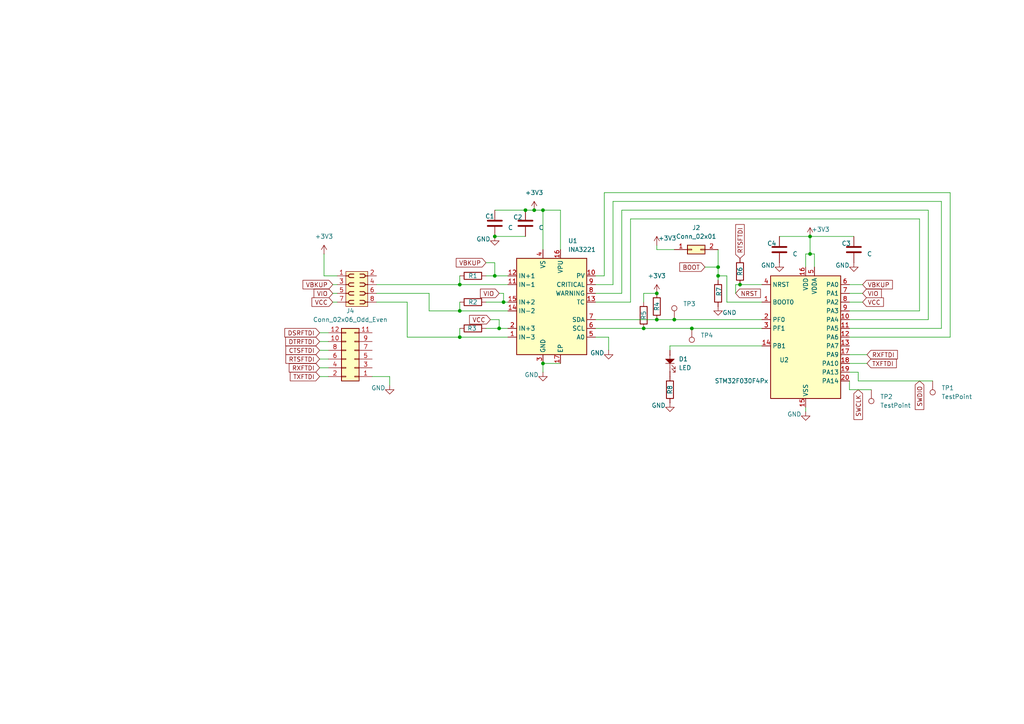
<source format=kicad_sch>
(kicad_sch
	(version 20250114)
	(generator "eeschema")
	(generator_version "9.0")
	(uuid "37dc8f78-83bd-4c98-903c-e18f10be0d8d")
	(paper "A4")
	(lib_symbols
		(symbol "Connector:TestPoint"
			(pin_numbers
				(hide yes)
			)
			(pin_names
				(offset 0.762)
				(hide yes)
			)
			(exclude_from_sim no)
			(in_bom yes)
			(on_board yes)
			(property "Reference" "TP"
				(at 0 6.858 0)
				(effects
					(font
						(size 1.27 1.27)
					)
				)
			)
			(property "Value" "TestPoint"
				(at 0 5.08 0)
				(effects
					(font
						(size 1.27 1.27)
					)
				)
			)
			(property "Footprint" ""
				(at 5.08 0 0)
				(effects
					(font
						(size 1.27 1.27)
					)
					(hide yes)
				)
			)
			(property "Datasheet" "~"
				(at 5.08 0 0)
				(effects
					(font
						(size 1.27 1.27)
					)
					(hide yes)
				)
			)
			(property "Description" "test point"
				(at 0 0 0)
				(effects
					(font
						(size 1.27 1.27)
					)
					(hide yes)
				)
			)
			(property "ki_keywords" "test point tp"
				(at 0 0 0)
				(effects
					(font
						(size 1.27 1.27)
					)
					(hide yes)
				)
			)
			(property "ki_fp_filters" "Pin* Test*"
				(at 0 0 0)
				(effects
					(font
						(size 1.27 1.27)
					)
					(hide yes)
				)
			)
			(symbol "TestPoint_0_1"
				(circle
					(center 0 3.302)
					(radius 0.762)
					(stroke
						(width 0)
						(type default)
					)
					(fill
						(type none)
					)
				)
			)
			(symbol "TestPoint_1_1"
				(pin passive line
					(at 0 0 90)
					(length 2.54)
					(name "1"
						(effects
							(font
								(size 1.27 1.27)
							)
						)
					)
					(number "1"
						(effects
							(font
								(size 1.27 1.27)
							)
						)
					)
				)
			)
			(embedded_fonts no)
		)
		(symbol "Connector_Generic:Conn_02x01"
			(pin_names
				(offset 1.016)
				(hide yes)
			)
			(exclude_from_sim no)
			(in_bom yes)
			(on_board yes)
			(property "Reference" "J"
				(at 1.27 2.54 0)
				(effects
					(font
						(size 1.27 1.27)
					)
				)
			)
			(property "Value" "Conn_02x01"
				(at 1.27 -2.54 0)
				(effects
					(font
						(size 1.27 1.27)
					)
				)
			)
			(property "Footprint" ""
				(at 0 0 0)
				(effects
					(font
						(size 1.27 1.27)
					)
					(hide yes)
				)
			)
			(property "Datasheet" "~"
				(at 0 0 0)
				(effects
					(font
						(size 1.27 1.27)
					)
					(hide yes)
				)
			)
			(property "Description" "Generic connector, double row, 02x01, this symbol is compatible with counter-clockwise, top-bottom and odd-even numbering schemes., script generated (kicad-library-utils/schlib/autogen/connector/)"
				(at 0 0 0)
				(effects
					(font
						(size 1.27 1.27)
					)
					(hide yes)
				)
			)
			(property "ki_keywords" "connector"
				(at 0 0 0)
				(effects
					(font
						(size 1.27 1.27)
					)
					(hide yes)
				)
			)
			(property "ki_fp_filters" "Connector*:*_2x??_*"
				(at 0 0 0)
				(effects
					(font
						(size 1.27 1.27)
					)
					(hide yes)
				)
			)
			(symbol "Conn_02x01_1_1"
				(rectangle
					(start -1.27 1.27)
					(end 3.81 -1.27)
					(stroke
						(width 0.254)
						(type default)
					)
					(fill
						(type background)
					)
				)
				(rectangle
					(start -1.27 0.127)
					(end 0 -0.127)
					(stroke
						(width 0.1524)
						(type default)
					)
					(fill
						(type none)
					)
				)
				(rectangle
					(start 3.81 0.127)
					(end 2.54 -0.127)
					(stroke
						(width 0.1524)
						(type default)
					)
					(fill
						(type none)
					)
				)
				(pin passive line
					(at -5.08 0 0)
					(length 3.81)
					(name "Pin_1"
						(effects
							(font
								(size 1.27 1.27)
							)
						)
					)
					(number "1"
						(effects
							(font
								(size 1.27 1.27)
							)
						)
					)
				)
				(pin passive line
					(at 7.62 0 180)
					(length 3.81)
					(name "Pin_2"
						(effects
							(font
								(size 1.27 1.27)
							)
						)
					)
					(number "2"
						(effects
							(font
								(size 1.27 1.27)
							)
						)
					)
				)
			)
			(embedded_fonts no)
		)
		(symbol "Connector_Generic:Conn_02x06_Odd_Even"
			(pin_names
				(offset 1.016)
				(hide yes)
			)
			(exclude_from_sim no)
			(in_bom yes)
			(on_board yes)
			(property "Reference" "J"
				(at 1.27 7.62 0)
				(effects
					(font
						(size 1.27 1.27)
					)
				)
			)
			(property "Value" "Conn_02x06_Odd_Even"
				(at 1.27 -10.16 0)
				(effects
					(font
						(size 1.27 1.27)
					)
				)
			)
			(property "Footprint" ""
				(at 0 0 0)
				(effects
					(font
						(size 1.27 1.27)
					)
					(hide yes)
				)
			)
			(property "Datasheet" "~"
				(at 0 0 0)
				(effects
					(font
						(size 1.27 1.27)
					)
					(hide yes)
				)
			)
			(property "Description" "Generic connector, double row, 02x06, odd/even pin numbering scheme (row 1 odd numbers, row 2 even numbers), script generated (kicad-library-utils/schlib/autogen/connector/)"
				(at 0 0 0)
				(effects
					(font
						(size 1.27 1.27)
					)
					(hide yes)
				)
			)
			(property "ki_keywords" "connector"
				(at 0 0 0)
				(effects
					(font
						(size 1.27 1.27)
					)
					(hide yes)
				)
			)
			(property "ki_fp_filters" "Connector*:*_2x??_*"
				(at 0 0 0)
				(effects
					(font
						(size 1.27 1.27)
					)
					(hide yes)
				)
			)
			(symbol "Conn_02x06_Odd_Even_1_1"
				(rectangle
					(start -1.27 6.35)
					(end 3.81 -8.89)
					(stroke
						(width 0.254)
						(type default)
					)
					(fill
						(type background)
					)
				)
				(rectangle
					(start -1.27 5.207)
					(end 0 4.953)
					(stroke
						(width 0.1524)
						(type default)
					)
					(fill
						(type none)
					)
				)
				(rectangle
					(start -1.27 2.667)
					(end 0 2.413)
					(stroke
						(width 0.1524)
						(type default)
					)
					(fill
						(type none)
					)
				)
				(rectangle
					(start -1.27 0.127)
					(end 0 -0.127)
					(stroke
						(width 0.1524)
						(type default)
					)
					(fill
						(type none)
					)
				)
				(rectangle
					(start -1.27 -2.413)
					(end 0 -2.667)
					(stroke
						(width 0.1524)
						(type default)
					)
					(fill
						(type none)
					)
				)
				(rectangle
					(start -1.27 -4.953)
					(end 0 -5.207)
					(stroke
						(width 0.1524)
						(type default)
					)
					(fill
						(type none)
					)
				)
				(rectangle
					(start -1.27 -7.493)
					(end 0 -7.747)
					(stroke
						(width 0.1524)
						(type default)
					)
					(fill
						(type none)
					)
				)
				(rectangle
					(start 3.81 5.207)
					(end 2.54 4.953)
					(stroke
						(width 0.1524)
						(type default)
					)
					(fill
						(type none)
					)
				)
				(rectangle
					(start 3.81 2.667)
					(end 2.54 2.413)
					(stroke
						(width 0.1524)
						(type default)
					)
					(fill
						(type none)
					)
				)
				(rectangle
					(start 3.81 0.127)
					(end 2.54 -0.127)
					(stroke
						(width 0.1524)
						(type default)
					)
					(fill
						(type none)
					)
				)
				(rectangle
					(start 3.81 -2.413)
					(end 2.54 -2.667)
					(stroke
						(width 0.1524)
						(type default)
					)
					(fill
						(type none)
					)
				)
				(rectangle
					(start 3.81 -4.953)
					(end 2.54 -5.207)
					(stroke
						(width 0.1524)
						(type default)
					)
					(fill
						(type none)
					)
				)
				(rectangle
					(start 3.81 -7.493)
					(end 2.54 -7.747)
					(stroke
						(width 0.1524)
						(type default)
					)
					(fill
						(type none)
					)
				)
				(pin passive line
					(at -5.08 5.08 0)
					(length 3.81)
					(name "Pin_1"
						(effects
							(font
								(size 1.27 1.27)
							)
						)
					)
					(number "1"
						(effects
							(font
								(size 1.27 1.27)
							)
						)
					)
				)
				(pin passive line
					(at -5.08 2.54 0)
					(length 3.81)
					(name "Pin_3"
						(effects
							(font
								(size 1.27 1.27)
							)
						)
					)
					(number "3"
						(effects
							(font
								(size 1.27 1.27)
							)
						)
					)
				)
				(pin passive line
					(at -5.08 0 0)
					(length 3.81)
					(name "Pin_5"
						(effects
							(font
								(size 1.27 1.27)
							)
						)
					)
					(number "5"
						(effects
							(font
								(size 1.27 1.27)
							)
						)
					)
				)
				(pin passive line
					(at -5.08 -2.54 0)
					(length 3.81)
					(name "Pin_7"
						(effects
							(font
								(size 1.27 1.27)
							)
						)
					)
					(number "7"
						(effects
							(font
								(size 1.27 1.27)
							)
						)
					)
				)
				(pin passive line
					(at -5.08 -5.08 0)
					(length 3.81)
					(name "Pin_9"
						(effects
							(font
								(size 1.27 1.27)
							)
						)
					)
					(number "9"
						(effects
							(font
								(size 1.27 1.27)
							)
						)
					)
				)
				(pin passive line
					(at -5.08 -7.62 0)
					(length 3.81)
					(name "Pin_11"
						(effects
							(font
								(size 1.27 1.27)
							)
						)
					)
					(number "11"
						(effects
							(font
								(size 1.27 1.27)
							)
						)
					)
				)
				(pin passive line
					(at 7.62 5.08 180)
					(length 3.81)
					(name "Pin_2"
						(effects
							(font
								(size 1.27 1.27)
							)
						)
					)
					(number "2"
						(effects
							(font
								(size 1.27 1.27)
							)
						)
					)
				)
				(pin passive line
					(at 7.62 2.54 180)
					(length 3.81)
					(name "Pin_4"
						(effects
							(font
								(size 1.27 1.27)
							)
						)
					)
					(number "4"
						(effects
							(font
								(size 1.27 1.27)
							)
						)
					)
				)
				(pin passive line
					(at 7.62 0 180)
					(length 3.81)
					(name "Pin_6"
						(effects
							(font
								(size 1.27 1.27)
							)
						)
					)
					(number "6"
						(effects
							(font
								(size 1.27 1.27)
							)
						)
					)
				)
				(pin passive line
					(at 7.62 -2.54 180)
					(length 3.81)
					(name "Pin_8"
						(effects
							(font
								(size 1.27 1.27)
							)
						)
					)
					(number "8"
						(effects
							(font
								(size 1.27 1.27)
							)
						)
					)
				)
				(pin passive line
					(at 7.62 -5.08 180)
					(length 3.81)
					(name "Pin_10"
						(effects
							(font
								(size 1.27 1.27)
							)
						)
					)
					(number "10"
						(effects
							(font
								(size 1.27 1.27)
							)
						)
					)
				)
				(pin passive line
					(at 7.62 -7.62 180)
					(length 3.81)
					(name "Pin_12"
						(effects
							(font
								(size 1.27 1.27)
							)
						)
					)
					(number "12"
						(effects
							(font
								(size 1.27 1.27)
							)
						)
					)
				)
			)
			(embedded_fonts no)
		)
		(symbol "Device:C"
			(pin_numbers
				(hide yes)
			)
			(pin_names
				(offset 0.254)
			)
			(exclude_from_sim no)
			(in_bom yes)
			(on_board yes)
			(property "Reference" "C"
				(at 0.635 2.54 0)
				(effects
					(font
						(size 1.27 1.27)
					)
					(justify left)
				)
			)
			(property "Value" "C"
				(at 0.635 -2.54 0)
				(effects
					(font
						(size 1.27 1.27)
					)
					(justify left)
				)
			)
			(property "Footprint" ""
				(at 0.9652 -3.81 0)
				(effects
					(font
						(size 1.27 1.27)
					)
					(hide yes)
				)
			)
			(property "Datasheet" "~"
				(at 0 0 0)
				(effects
					(font
						(size 1.27 1.27)
					)
					(hide yes)
				)
			)
			(property "Description" "Unpolarized capacitor"
				(at 0 0 0)
				(effects
					(font
						(size 1.27 1.27)
					)
					(hide yes)
				)
			)
			(property "ki_keywords" "cap capacitor"
				(at 0 0 0)
				(effects
					(font
						(size 1.27 1.27)
					)
					(hide yes)
				)
			)
			(property "ki_fp_filters" "C_*"
				(at 0 0 0)
				(effects
					(font
						(size 1.27 1.27)
					)
					(hide yes)
				)
			)
			(symbol "C_0_1"
				(polyline
					(pts
						(xy -2.032 0.762) (xy 2.032 0.762)
					)
					(stroke
						(width 0.508)
						(type default)
					)
					(fill
						(type none)
					)
				)
				(polyline
					(pts
						(xy -2.032 -0.762) (xy 2.032 -0.762)
					)
					(stroke
						(width 0.508)
						(type default)
					)
					(fill
						(type none)
					)
				)
			)
			(symbol "C_1_1"
				(pin passive line
					(at 0 3.81 270)
					(length 2.794)
					(name "~"
						(effects
							(font
								(size 1.27 1.27)
							)
						)
					)
					(number "1"
						(effects
							(font
								(size 1.27 1.27)
							)
						)
					)
				)
				(pin passive line
					(at 0 -3.81 90)
					(length 2.794)
					(name "~"
						(effects
							(font
								(size 1.27 1.27)
							)
						)
					)
					(number "2"
						(effects
							(font
								(size 1.27 1.27)
							)
						)
					)
				)
			)
			(embedded_fonts no)
		)
		(symbol "Device:R"
			(pin_numbers
				(hide yes)
			)
			(pin_names
				(offset 0)
			)
			(exclude_from_sim no)
			(in_bom yes)
			(on_board yes)
			(property "Reference" "R"
				(at 2.032 0 90)
				(effects
					(font
						(size 1.27 1.27)
					)
				)
			)
			(property "Value" "R"
				(at 0 0 90)
				(effects
					(font
						(size 1.27 1.27)
					)
				)
			)
			(property "Footprint" ""
				(at -1.778 0 90)
				(effects
					(font
						(size 1.27 1.27)
					)
					(hide yes)
				)
			)
			(property "Datasheet" "~"
				(at 0 0 0)
				(effects
					(font
						(size 1.27 1.27)
					)
					(hide yes)
				)
			)
			(property "Description" "Resistor"
				(at 0 0 0)
				(effects
					(font
						(size 1.27 1.27)
					)
					(hide yes)
				)
			)
			(property "ki_keywords" "R res resistor"
				(at 0 0 0)
				(effects
					(font
						(size 1.27 1.27)
					)
					(hide yes)
				)
			)
			(property "ki_fp_filters" "R_*"
				(at 0 0 0)
				(effects
					(font
						(size 1.27 1.27)
					)
					(hide yes)
				)
			)
			(symbol "R_0_1"
				(rectangle
					(start -1.016 -2.54)
					(end 1.016 2.54)
					(stroke
						(width 0.254)
						(type default)
					)
					(fill
						(type none)
					)
				)
			)
			(symbol "R_1_1"
				(pin passive line
					(at 0 3.81 270)
					(length 1.27)
					(name "~"
						(effects
							(font
								(size 1.27 1.27)
							)
						)
					)
					(number "1"
						(effects
							(font
								(size 1.27 1.27)
							)
						)
					)
				)
				(pin passive line
					(at 0 -3.81 90)
					(length 1.27)
					(name "~"
						(effects
							(font
								(size 1.27 1.27)
							)
						)
					)
					(number "2"
						(effects
							(font
								(size 1.27 1.27)
							)
						)
					)
				)
			)
			(embedded_fonts no)
		)
		(symbol "MCU_ST_STM32F0:STM32F030F4Px"
			(exclude_from_sim no)
			(in_bom yes)
			(on_board yes)
			(property "Reference" "U"
				(at -10.16 19.05 0)
				(effects
					(font
						(size 1.27 1.27)
					)
					(justify left)
				)
			)
			(property "Value" "STM32F030F4Px"
				(at 5.08 19.05 0)
				(effects
					(font
						(size 1.27 1.27)
					)
					(justify left)
				)
			)
			(property "Footprint" "Package_SO:TSSOP-20_4.4x6.5mm_P0.65mm"
				(at -10.16 -17.78 0)
				(effects
					(font
						(size 1.27 1.27)
					)
					(justify right)
					(hide yes)
				)
			)
			(property "Datasheet" "https://www.st.com/resource/en/datasheet/stm32f030f4.pdf"
				(at 0 0 0)
				(effects
					(font
						(size 1.27 1.27)
					)
					(hide yes)
				)
			)
			(property "Description" "STMicroelectronics Arm Cortex-M0 MCU, 16KB flash, 4KB RAM, 48 MHz, 2.4-3.6V, 15 GPIO, TSSOP20"
				(at 0 0 0)
				(effects
					(font
						(size 1.27 1.27)
					)
					(hide yes)
				)
			)
			(property "ki_locked" ""
				(at 0 0 0)
				(effects
					(font
						(size 1.27 1.27)
					)
				)
			)
			(property "ki_keywords" "Arm Cortex-M0 STM32F0 STM32F0x0 Value Line"
				(at 0 0 0)
				(effects
					(font
						(size 1.27 1.27)
					)
					(hide yes)
				)
			)
			(property "ki_fp_filters" "TSSOP*4.4x6.5mm*P0.65mm*"
				(at 0 0 0)
				(effects
					(font
						(size 1.27 1.27)
					)
					(hide yes)
				)
			)
			(symbol "STM32F030F4Px_0_1"
				(rectangle
					(start -10.16 -17.78)
					(end 10.16 17.78)
					(stroke
						(width 0.254)
						(type default)
					)
					(fill
						(type background)
					)
				)
			)
			(symbol "STM32F030F4Px_1_1"
				(pin input line
					(at -12.7 15.24 0)
					(length 2.54)
					(name "NRST"
						(effects
							(font
								(size 1.27 1.27)
							)
						)
					)
					(number "4"
						(effects
							(font
								(size 1.27 1.27)
							)
						)
					)
				)
				(pin input line
					(at -12.7 10.16 0)
					(length 2.54)
					(name "BOOT0"
						(effects
							(font
								(size 1.27 1.27)
							)
						)
					)
					(number "1"
						(effects
							(font
								(size 1.27 1.27)
							)
						)
					)
				)
				(pin bidirectional line
					(at -12.7 5.08 0)
					(length 2.54)
					(name "PF0"
						(effects
							(font
								(size 1.27 1.27)
							)
						)
					)
					(number "2"
						(effects
							(font
								(size 1.27 1.27)
							)
						)
					)
					(alternate "RCC_OSC_IN" bidirectional line)
				)
				(pin bidirectional line
					(at -12.7 2.54 0)
					(length 2.54)
					(name "PF1"
						(effects
							(font
								(size 1.27 1.27)
							)
						)
					)
					(number "3"
						(effects
							(font
								(size 1.27 1.27)
							)
						)
					)
					(alternate "RCC_OSC_OUT" bidirectional line)
				)
				(pin bidirectional line
					(at -12.7 -2.54 0)
					(length 2.54)
					(name "PB1"
						(effects
							(font
								(size 1.27 1.27)
							)
						)
					)
					(number "14"
						(effects
							(font
								(size 1.27 1.27)
							)
						)
					)
					(alternate "ADC_IN9" bidirectional line)
					(alternate "TIM14_CH1" bidirectional line)
					(alternate "TIM1_CH3N" bidirectional line)
					(alternate "TIM3_CH4" bidirectional line)
				)
				(pin power_in line
					(at 0 20.32 270)
					(length 2.54)
					(name "VDD"
						(effects
							(font
								(size 1.27 1.27)
							)
						)
					)
					(number "16"
						(effects
							(font
								(size 1.27 1.27)
							)
						)
					)
				)
				(pin power_in line
					(at 0 -20.32 90)
					(length 2.54)
					(name "VSS"
						(effects
							(font
								(size 1.27 1.27)
							)
						)
					)
					(number "15"
						(effects
							(font
								(size 1.27 1.27)
							)
						)
					)
				)
				(pin power_in line
					(at 2.54 20.32 270)
					(length 2.54)
					(name "VDDA"
						(effects
							(font
								(size 1.27 1.27)
							)
						)
					)
					(number "5"
						(effects
							(font
								(size 1.27 1.27)
							)
						)
					)
				)
				(pin bidirectional line
					(at 12.7 15.24 180)
					(length 2.54)
					(name "PA0"
						(effects
							(font
								(size 1.27 1.27)
							)
						)
					)
					(number "6"
						(effects
							(font
								(size 1.27 1.27)
							)
						)
					)
					(alternate "ADC_IN0" bidirectional line)
					(alternate "RTC_TAMP2" bidirectional line)
					(alternate "SYS_WKUP1" bidirectional line)
					(alternate "USART1_CTS" bidirectional line)
				)
				(pin bidirectional line
					(at 12.7 12.7 180)
					(length 2.54)
					(name "PA1"
						(effects
							(font
								(size 1.27 1.27)
							)
						)
					)
					(number "7"
						(effects
							(font
								(size 1.27 1.27)
							)
						)
					)
					(alternate "ADC_IN1" bidirectional line)
					(alternate "USART1_DE" bidirectional line)
					(alternate "USART1_RTS" bidirectional line)
				)
				(pin bidirectional line
					(at 12.7 10.16 180)
					(length 2.54)
					(name "PA2"
						(effects
							(font
								(size 1.27 1.27)
							)
						)
					)
					(number "8"
						(effects
							(font
								(size 1.27 1.27)
							)
						)
					)
					(alternate "ADC_IN2" bidirectional line)
					(alternate "USART1_TX" bidirectional line)
				)
				(pin bidirectional line
					(at 12.7 7.62 180)
					(length 2.54)
					(name "PA3"
						(effects
							(font
								(size 1.27 1.27)
							)
						)
					)
					(number "9"
						(effects
							(font
								(size 1.27 1.27)
							)
						)
					)
					(alternate "ADC_IN3" bidirectional line)
					(alternate "USART1_RX" bidirectional line)
				)
				(pin bidirectional line
					(at 12.7 5.08 180)
					(length 2.54)
					(name "PA4"
						(effects
							(font
								(size 1.27 1.27)
							)
						)
					)
					(number "10"
						(effects
							(font
								(size 1.27 1.27)
							)
						)
					)
					(alternate "ADC_IN4" bidirectional line)
					(alternate "SPI1_NSS" bidirectional line)
					(alternate "TIM14_CH1" bidirectional line)
					(alternate "USART1_CK" bidirectional line)
				)
				(pin bidirectional line
					(at 12.7 2.54 180)
					(length 2.54)
					(name "PA5"
						(effects
							(font
								(size 1.27 1.27)
							)
						)
					)
					(number "11"
						(effects
							(font
								(size 1.27 1.27)
							)
						)
					)
					(alternate "ADC_IN5" bidirectional line)
					(alternate "SPI1_SCK" bidirectional line)
				)
				(pin bidirectional line
					(at 12.7 0 180)
					(length 2.54)
					(name "PA6"
						(effects
							(font
								(size 1.27 1.27)
							)
						)
					)
					(number "12"
						(effects
							(font
								(size 1.27 1.27)
							)
						)
					)
					(alternate "ADC_IN6" bidirectional line)
					(alternate "SPI1_MISO" bidirectional line)
					(alternate "TIM16_CH1" bidirectional line)
					(alternate "TIM1_BKIN" bidirectional line)
					(alternate "TIM3_CH1" bidirectional line)
				)
				(pin bidirectional line
					(at 12.7 -2.54 180)
					(length 2.54)
					(name "PA7"
						(effects
							(font
								(size 1.27 1.27)
							)
						)
					)
					(number "13"
						(effects
							(font
								(size 1.27 1.27)
							)
						)
					)
					(alternate "ADC_IN7" bidirectional line)
					(alternate "SPI1_MOSI" bidirectional line)
					(alternate "TIM14_CH1" bidirectional line)
					(alternate "TIM17_CH1" bidirectional line)
					(alternate "TIM1_CH1N" bidirectional line)
					(alternate "TIM3_CH2" bidirectional line)
				)
				(pin bidirectional line
					(at 12.7 -5.08 180)
					(length 2.54)
					(name "PA9"
						(effects
							(font
								(size 1.27 1.27)
							)
						)
					)
					(number "17"
						(effects
							(font
								(size 1.27 1.27)
							)
						)
					)
					(alternate "I2C1_SCL" bidirectional line)
					(alternate "TIM1_CH2" bidirectional line)
					(alternate "USART1_TX" bidirectional line)
				)
				(pin bidirectional line
					(at 12.7 -7.62 180)
					(length 2.54)
					(name "PA10"
						(effects
							(font
								(size 1.27 1.27)
							)
						)
					)
					(number "18"
						(effects
							(font
								(size 1.27 1.27)
							)
						)
					)
					(alternate "I2C1_SDA" bidirectional line)
					(alternate "TIM17_BKIN" bidirectional line)
					(alternate "TIM1_CH3" bidirectional line)
					(alternate "USART1_RX" bidirectional line)
				)
				(pin bidirectional line
					(at 12.7 -10.16 180)
					(length 2.54)
					(name "PA13"
						(effects
							(font
								(size 1.27 1.27)
							)
						)
					)
					(number "19"
						(effects
							(font
								(size 1.27 1.27)
							)
						)
					)
					(alternate "IR_OUT" bidirectional line)
					(alternate "SYS_SWDIO" bidirectional line)
				)
				(pin bidirectional line
					(at 12.7 -12.7 180)
					(length 2.54)
					(name "PA14"
						(effects
							(font
								(size 1.27 1.27)
							)
						)
					)
					(number "20"
						(effects
							(font
								(size 1.27 1.27)
							)
						)
					)
					(alternate "SYS_SWCLK" bidirectional line)
					(alternate "USART1_TX" bidirectional line)
				)
			)
			(embedded_fonts no)
		)
		(symbol "PCM_SL_Devices:LED"
			(exclude_from_sim no)
			(in_bom yes)
			(on_board yes)
			(property "Reference" "D"
				(at -0.508 5.334 0)
				(effects
					(font
						(size 1.27 1.27)
					)
				)
			)
			(property "Value" "LED"
				(at -0.508 2.794 0)
				(effects
					(font
						(size 1.27 1.27)
					)
				)
			)
			(property "Footprint" "LED_THT:LED_D5.0mm"
				(at -1.016 -2.794 0)
				(effects
					(font
						(size 1.27 1.27)
					)
					(hide yes)
				)
			)
			(property "Datasheet" ""
				(at -1.27 0 0)
				(effects
					(font
						(size 1.27 1.27)
					)
					(hide yes)
				)
			)
			(property "Description" "Common 5mm diameter LED"
				(at 0 0 0)
				(effects
					(font
						(size 1.27 1.27)
					)
					(hide yes)
				)
			)
			(property "ki_keywords" "LED 5mm"
				(at 0 0 0)
				(effects
					(font
						(size 1.27 1.27)
					)
					(hide yes)
				)
			)
			(property "ki_fp_filters" "LED_D5.0mm_Clear LED_D5.0mm_Horizontal_O1.27mm_Z3.0mm LED_D5.0mm_Horizontal_O3.81mm_Z3.0mm LED_D5.0mm_Horizontal_O6.35mm_Z3.0mm"
				(at 0 0 0)
				(effects
					(font
						(size 1.27 1.27)
					)
					(hide yes)
				)
			)
			(symbol "LED_0_1"
				(polyline
					(pts
						(xy -1.27 0) (xy -2.54 0)
					)
					(stroke
						(width 0)
						(type default)
					)
					(fill
						(type none)
					)
				)
				(polyline
					(pts
						(xy 0 1.27) (xy 0 -1.27)
					)
					(stroke
						(width 0)
						(type default)
					)
					(fill
						(type none)
					)
				)
				(polyline
					(pts
						(xy 0 0) (xy -1.27 -1.27) (xy -1.27 1.27) (xy 0 0) (xy 1.27 0)
					)
					(stroke
						(width 0)
						(type default)
					)
					(fill
						(type outline)
					)
				)
				(polyline
					(pts
						(xy 0.508 0.508) (xy 1.524 1.524)
					)
					(stroke
						(width 0)
						(type default)
					)
					(fill
						(type none)
					)
				)
				(polyline
					(pts
						(xy 1.27 0) (xy 2.54 0)
					)
					(stroke
						(width 0)
						(type default)
					)
					(fill
						(type none)
					)
				)
				(polyline
					(pts
						(xy 1.524 1.524) (xy 0.889 1.524)
					)
					(stroke
						(width 0)
						(type default)
					)
					(fill
						(type none)
					)
				)
				(polyline
					(pts
						(xy 1.524 1.524) (xy 1.524 0.889)
					)
					(stroke
						(width 0)
						(type default)
					)
					(fill
						(type none)
					)
				)
				(polyline
					(pts
						(xy 1.524 0.508) (xy 2.54 1.524)
					)
					(stroke
						(width 0)
						(type default)
					)
					(fill
						(type none)
					)
				)
				(polyline
					(pts
						(xy 2.54 1.524) (xy 1.905 1.524)
					)
					(stroke
						(width 0)
						(type default)
					)
					(fill
						(type none)
					)
				)
				(polyline
					(pts
						(xy 2.54 1.524) (xy 2.54 0.889)
					)
					(stroke
						(width 0)
						(type default)
					)
					(fill
						(type none)
					)
				)
			)
			(symbol "LED_1_1"
				(pin passive line
					(at -3.81 0 0)
					(length 1.5)
					(name ""
						(effects
							(font
								(size 1.27 1.27)
							)
						)
					)
					(number "2"
						(effects
							(font
								(size 0 0)
							)
						)
					)
				)
				(pin passive line
					(at 3.81 0 180)
					(length 1.5)
					(name "~"
						(effects
							(font
								(size 1.27 1.27)
							)
						)
					)
					(number "1"
						(effects
							(font
								(size 0 0)
							)
						)
					)
				)
			)
			(embedded_fonts no)
		)
		(symbol "PCM_SL_Pin_Headers:PINHD_2x4_Female"
			(exclude_from_sim no)
			(in_bom yes)
			(on_board yes)
			(property "Reference" "J"
				(at 0 10.16 0)
				(effects
					(font
						(size 1.27 1.27)
					)
				)
			)
			(property "Value" "PINHD_2x4_Female"
				(at 0 7.62 0)
				(effects
					(font
						(size 1.27 1.27)
					)
				)
			)
			(property "Footprint" "Connector_PinSocket_2.54mm:PinSocket_2x04_P2.54mm_Vertical"
				(at 2.54 12.7 0)
				(effects
					(font
						(size 1.27 1.27)
					)
					(hide yes)
				)
			)
			(property "Datasheet" ""
				(at 0 10.16 0)
				(effects
					(font
						(size 1.27 1.27)
					)
					(hide yes)
				)
			)
			(property "Description" "Pin Header female with pin space 2.54mm. Pin Count -8"
				(at 0 0 0)
				(effects
					(font
						(size 1.27 1.27)
					)
					(hide yes)
				)
			)
			(property "ki_keywords" "Pin Header"
				(at 0 0 0)
				(effects
					(font
						(size 1.27 1.27)
					)
					(hide yes)
				)
			)
			(property "ki_fp_filters" "PinSocket_2x04_P2.54mm*"
				(at 0 0 0)
				(effects
					(font
						(size 1.27 1.27)
					)
					(hide yes)
				)
			)
			(symbol "PINHD_2x4_Female_0_1"
				(rectangle
					(start -3.81 5.08)
					(end 2.54 -5.08)
					(stroke
						(width 0)
						(type default)
					)
					(fill
						(type background)
					)
				)
				(polyline
					(pts
						(xy -3.81 3.81) (xy -3.048 3.81)
					)
					(stroke
						(width 0.25)
						(type default)
					)
					(fill
						(type none)
					)
				)
				(polyline
					(pts
						(xy -3.81 1.27) (xy -3.048 1.27)
					)
					(stroke
						(width 0.25)
						(type default)
					)
					(fill
						(type none)
					)
				)
				(polyline
					(pts
						(xy -3.81 -1.27) (xy -3.048 -1.27)
					)
					(stroke
						(width 0.25)
						(type default)
					)
					(fill
						(type none)
					)
				)
				(polyline
					(pts
						(xy -3.81 -3.81) (xy -3.048 -3.81)
					)
					(stroke
						(width 0.25)
						(type default)
					)
					(fill
						(type none)
					)
				)
				(polyline
					(pts
						(xy -2.54 4.318) (xy -1.524 4.318)
					)
					(stroke
						(width 0.25)
						(type default)
					)
					(fill
						(type none)
					)
				)
				(arc
					(start -3.048 3.81)
					(mid -2.8992 4.1692)
					(end -2.54 4.318)
					(stroke
						(width 0.25)
						(type default)
					)
					(fill
						(type none)
					)
				)
				(arc
					(start -2.54 3.302)
					(mid -2.8992 3.4508)
					(end -3.048 3.81)
					(stroke
						(width 0.25)
						(type default)
					)
					(fill
						(type none)
					)
				)
				(polyline
					(pts
						(xy -2.54 3.302) (xy -1.524 3.302)
					)
					(stroke
						(width 0.25)
						(type default)
					)
					(fill
						(type none)
					)
				)
				(polyline
					(pts
						(xy -2.54 1.778) (xy -1.524 1.778)
					)
					(stroke
						(width 0.25)
						(type default)
					)
					(fill
						(type none)
					)
				)
				(arc
					(start -3.048 1.27)
					(mid -2.8992 1.6292)
					(end -2.54 1.778)
					(stroke
						(width 0.25)
						(type default)
					)
					(fill
						(type none)
					)
				)
				(arc
					(start -2.54 0.762)
					(mid -2.8992 0.9108)
					(end -3.048 1.27)
					(stroke
						(width 0.25)
						(type default)
					)
					(fill
						(type none)
					)
				)
				(polyline
					(pts
						(xy -2.54 0.762) (xy -1.524 0.762)
					)
					(stroke
						(width 0.25)
						(type default)
					)
					(fill
						(type none)
					)
				)
				(polyline
					(pts
						(xy -2.54 -0.762) (xy -1.524 -0.762)
					)
					(stroke
						(width 0.25)
						(type default)
					)
					(fill
						(type none)
					)
				)
				(arc
					(start -3.048 -1.27)
					(mid -2.8992 -0.9108)
					(end -2.54 -0.762)
					(stroke
						(width 0.25)
						(type default)
					)
					(fill
						(type none)
					)
				)
				(arc
					(start -2.54 -1.778)
					(mid -2.8992 -1.6292)
					(end -3.048 -1.27)
					(stroke
						(width 0.25)
						(type default)
					)
					(fill
						(type none)
					)
				)
				(polyline
					(pts
						(xy -2.54 -1.778) (xy -1.524 -1.778)
					)
					(stroke
						(width 0.25)
						(type default)
					)
					(fill
						(type none)
					)
				)
				(polyline
					(pts
						(xy -2.54 -3.302) (xy -1.524 -3.302)
					)
					(stroke
						(width 0.25)
						(type default)
					)
					(fill
						(type none)
					)
				)
				(arc
					(start -3.048 -3.81)
					(mid -2.8992 -3.4508)
					(end -2.54 -3.302)
					(stroke
						(width 0.25)
						(type default)
					)
					(fill
						(type none)
					)
				)
				(arc
					(start -2.54 -4.318)
					(mid -2.8992 -4.1692)
					(end -3.048 -3.81)
					(stroke
						(width 0.25)
						(type default)
					)
					(fill
						(type none)
					)
				)
				(polyline
					(pts
						(xy -2.54 -4.318) (xy -1.524 -4.318)
					)
					(stroke
						(width 0.25)
						(type default)
					)
					(fill
						(type none)
					)
				)
				(polyline
					(pts
						(xy 1.27 4.318) (xy 0.254 4.318)
					)
					(stroke
						(width 0.25)
						(type default)
					)
					(fill
						(type none)
					)
				)
				(arc
					(start 1.27 4.318)
					(mid 1.6292 4.1692)
					(end 1.778 3.81)
					(stroke
						(width 0.25)
						(type default)
					)
					(fill
						(type none)
					)
				)
				(arc
					(start 1.778 3.81)
					(mid 1.6292 3.4508)
					(end 1.27 3.302)
					(stroke
						(width 0.25)
						(type default)
					)
					(fill
						(type none)
					)
				)
				(polyline
					(pts
						(xy 1.27 3.302) (xy 0.254 3.302)
					)
					(stroke
						(width 0.25)
						(type default)
					)
					(fill
						(type none)
					)
				)
				(polyline
					(pts
						(xy 1.27 1.778) (xy 0.254 1.778)
					)
					(stroke
						(width 0.25)
						(type default)
					)
					(fill
						(type none)
					)
				)
				(arc
					(start 1.27 1.778)
					(mid 1.6292 1.6292)
					(end 1.778 1.27)
					(stroke
						(width 0.25)
						(type default)
					)
					(fill
						(type none)
					)
				)
				(arc
					(start 1.778 1.27)
					(mid 1.6292 0.9108)
					(end 1.27 0.762)
					(stroke
						(width 0.25)
						(type default)
					)
					(fill
						(type none)
					)
				)
				(polyline
					(pts
						(xy 1.27 0.762) (xy 0.254 0.762)
					)
					(stroke
						(width 0.25)
						(type default)
					)
					(fill
						(type none)
					)
				)
				(polyline
					(pts
						(xy 1.27 -0.762) (xy 0.254 -0.762)
					)
					(stroke
						(width 0.25)
						(type default)
					)
					(fill
						(type none)
					)
				)
				(arc
					(start 1.27 -0.762)
					(mid 1.6292 -0.9108)
					(end 1.778 -1.27)
					(stroke
						(width 0.25)
						(type default)
					)
					(fill
						(type none)
					)
				)
				(arc
					(start 1.778 -1.27)
					(mid 1.6292 -1.6292)
					(end 1.27 -1.778)
					(stroke
						(width 0.25)
						(type default)
					)
					(fill
						(type none)
					)
				)
				(polyline
					(pts
						(xy 1.27 -1.778) (xy 0.254 -1.778)
					)
					(stroke
						(width 0.25)
						(type default)
					)
					(fill
						(type none)
					)
				)
				(polyline
					(pts
						(xy 1.27 -3.302) (xy 0.254 -3.302)
					)
					(stroke
						(width 0.25)
						(type default)
					)
					(fill
						(type none)
					)
				)
				(arc
					(start 1.27 -3.302)
					(mid 1.6292 -3.4508)
					(end 1.778 -3.81)
					(stroke
						(width 0.25)
						(type default)
					)
					(fill
						(type none)
					)
				)
				(arc
					(start 1.778 -3.81)
					(mid 1.6292 -4.1692)
					(end 1.27 -4.318)
					(stroke
						(width 0.25)
						(type default)
					)
					(fill
						(type none)
					)
				)
				(polyline
					(pts
						(xy 1.27 -4.318) (xy 0.254 -4.318)
					)
					(stroke
						(width 0.25)
						(type default)
					)
					(fill
						(type none)
					)
				)
				(polyline
					(pts
						(xy 2.54 3.81) (xy 1.778 3.81)
					)
					(stroke
						(width 0.25)
						(type default)
					)
					(fill
						(type none)
					)
				)
				(polyline
					(pts
						(xy 2.54 1.27) (xy 1.778 1.27)
					)
					(stroke
						(width 0.25)
						(type default)
					)
					(fill
						(type none)
					)
				)
				(polyline
					(pts
						(xy 2.54 -1.27) (xy 1.778 -1.27)
					)
					(stroke
						(width 0.25)
						(type default)
					)
					(fill
						(type none)
					)
				)
				(polyline
					(pts
						(xy 2.54 -3.81) (xy 1.778 -3.81)
					)
					(stroke
						(width 0.25)
						(type default)
					)
					(fill
						(type none)
					)
				)
			)
			(symbol "PINHD_2x4_Female_1_1"
				(pin passive line
					(at -6.35 3.81 0)
					(length 2.54)
					(name ""
						(effects
							(font
								(size 1.27 1.27)
							)
						)
					)
					(number "2"
						(effects
							(font
								(size 1.27 1.27)
							)
						)
					)
				)
				(pin passive line
					(at -6.35 1.27 0)
					(length 2.54)
					(name ""
						(effects
							(font
								(size 1.27 1.27)
							)
						)
					)
					(number "4"
						(effects
							(font
								(size 1.27 1.27)
							)
						)
					)
				)
				(pin passive line
					(at -6.35 -1.27 0)
					(length 2.54)
					(name ""
						(effects
							(font
								(size 1.27 1.27)
							)
						)
					)
					(number "6"
						(effects
							(font
								(size 1.27 1.27)
							)
						)
					)
				)
				(pin passive line
					(at -6.35 -3.81 0)
					(length 2.54)
					(name ""
						(effects
							(font
								(size 1.27 1.27)
							)
						)
					)
					(number "8"
						(effects
							(font
								(size 1.27 1.27)
							)
						)
					)
				)
				(pin passive line
					(at 5.08 3.81 180)
					(length 2.5)
					(name ""
						(effects
							(font
								(size 0 0)
							)
						)
					)
					(number "1"
						(effects
							(font
								(size 1.27 1.27)
							)
						)
					)
				)
				(pin passive line
					(at 5.08 1.27 180)
					(length 2.5)
					(name ""
						(effects
							(font
								(size 0 0)
							)
						)
					)
					(number "3"
						(effects
							(font
								(size 1.27 1.27)
							)
						)
					)
				)
				(pin passive line
					(at 5.08 -1.27 180)
					(length 2.54)
					(name ""
						(effects
							(font
								(size 1.27 1.27)
							)
						)
					)
					(number "5"
						(effects
							(font
								(size 1.27 1.27)
							)
						)
					)
				)
				(pin passive line
					(at 5.08 -3.81 180)
					(length 2.54)
					(name ""
						(effects
							(font
								(size 1.27 1.27)
							)
						)
					)
					(number "7"
						(effects
							(font
								(size 1.27 1.27)
							)
						)
					)
				)
			)
			(embedded_fonts no)
		)
		(symbol "Power_Management:INA3221"
			(exclude_from_sim no)
			(in_bom yes)
			(on_board yes)
			(property "Reference" "U"
				(at -10.16 17.78 0)
				(effects
					(font
						(size 1.27 1.27)
					)
					(justify left top)
				)
			)
			(property "Value" "INA3221"
				(at 5.08 17.78 0)
				(effects
					(font
						(size 1.27 1.27)
					)
					(justify left top)
				)
			)
			(property "Footprint" "Package_DFN_QFN:Texas_RGV0016A_VQFN-16-1EP_4x4mm_P0.65mm_EP2.1x2.1mm"
				(at 0 27.94 0)
				(effects
					(font
						(size 1.27 1.27)
					)
					(hide yes)
				)
			)
			(property "Datasheet" "http://www.ti.com/lit/ds/symlink/ina3221.pdf"
				(at 0 17.78 0)
				(effects
					(font
						(size 1.27 1.27)
					)
					(hide yes)
				)
			)
			(property "Description" "Triple-Channel High-Side Shunt and Bus Voltage Monitor with I2C and SMBUS Compatible Interface, QFN-16"
				(at 0 0 0)
				(effects
					(font
						(size 1.27 1.27)
					)
					(hide yes)
				)
			)
			(property "ki_keywords" "Shunt and Bus voltage monitor"
				(at 0 0 0)
				(effects
					(font
						(size 1.27 1.27)
					)
					(hide yes)
				)
			)
			(property "ki_fp_filters" "Texas*RGV0016A*"
				(at 0 0 0)
				(effects
					(font
						(size 1.27 1.27)
					)
					(hide yes)
				)
			)
			(symbol "INA3221_0_1"
				(rectangle
					(start 10.16 -12.7)
					(end -10.16 15.24)
					(stroke
						(width 0.254)
						(type default)
					)
					(fill
						(type background)
					)
				)
			)
			(symbol "INA3221_1_1"
				(pin input line
					(at -12.7 10.16 0)
					(length 2.54)
					(name "IN+1"
						(effects
							(font
								(size 1.27 1.27)
							)
						)
					)
					(number "12"
						(effects
							(font
								(size 1.27 1.27)
							)
						)
					)
				)
				(pin input line
					(at -12.7 7.62 0)
					(length 2.54)
					(name "IN-1"
						(effects
							(font
								(size 1.27 1.27)
							)
						)
					)
					(number "11"
						(effects
							(font
								(size 1.27 1.27)
							)
						)
					)
				)
				(pin input line
					(at -12.7 2.54 0)
					(length 2.54)
					(name "IN+2"
						(effects
							(font
								(size 1.27 1.27)
							)
						)
					)
					(number "15"
						(effects
							(font
								(size 1.27 1.27)
							)
						)
					)
				)
				(pin input line
					(at -12.7 0 0)
					(length 2.54)
					(name "IN-2"
						(effects
							(font
								(size 1.27 1.27)
							)
						)
					)
					(number "14"
						(effects
							(font
								(size 1.27 1.27)
							)
						)
					)
				)
				(pin input line
					(at -12.7 -5.08 0)
					(length 2.54)
					(name "IN+3"
						(effects
							(font
								(size 1.27 1.27)
							)
						)
					)
					(number "2"
						(effects
							(font
								(size 1.27 1.27)
							)
						)
					)
				)
				(pin input line
					(at -12.7 -7.62 0)
					(length 2.54)
					(name "IN-3"
						(effects
							(font
								(size 1.27 1.27)
							)
						)
					)
					(number "1"
						(effects
							(font
								(size 1.27 1.27)
							)
						)
					)
				)
				(pin power_in line
					(at -2.54 17.78 270)
					(length 2.54)
					(name "VS"
						(effects
							(font
								(size 1.27 1.27)
							)
						)
					)
					(number "4"
						(effects
							(font
								(size 1.27 1.27)
							)
						)
					)
				)
				(pin power_in line
					(at -2.54 -15.24 90)
					(length 2.54)
					(name "GND"
						(effects
							(font
								(size 1.27 1.27)
							)
						)
					)
					(number "3"
						(effects
							(font
								(size 1.27 1.27)
							)
						)
					)
				)
				(pin power_in line
					(at 2.54 17.78 270)
					(length 2.54)
					(name "VPU"
						(effects
							(font
								(size 1.27 1.27)
							)
						)
					)
					(number "16"
						(effects
							(font
								(size 1.27 1.27)
							)
						)
					)
				)
				(pin passive line
					(at 2.54 -15.24 90)
					(length 2.54)
					(name "EP"
						(effects
							(font
								(size 1.27 1.27)
							)
						)
					)
					(number "17"
						(effects
							(font
								(size 1.27 1.27)
							)
						)
					)
				)
				(pin open_collector line
					(at 12.7 10.16 180)
					(length 2.54)
					(name "PV"
						(effects
							(font
								(size 1.27 1.27)
							)
						)
					)
					(number "10"
						(effects
							(font
								(size 1.27 1.27)
							)
						)
					)
				)
				(pin open_collector line
					(at 12.7 7.62 180)
					(length 2.54)
					(name "CRITICAL"
						(effects
							(font
								(size 1.27 1.27)
							)
						)
					)
					(number "9"
						(effects
							(font
								(size 1.27 1.27)
							)
						)
					)
				)
				(pin open_collector line
					(at 12.7 5.08 180)
					(length 2.54)
					(name "WARNING"
						(effects
							(font
								(size 1.27 1.27)
							)
						)
					)
					(number "8"
						(effects
							(font
								(size 1.27 1.27)
							)
						)
					)
				)
				(pin open_collector line
					(at 12.7 2.54 180)
					(length 2.54)
					(name "TC"
						(effects
							(font
								(size 1.27 1.27)
							)
						)
					)
					(number "13"
						(effects
							(font
								(size 1.27 1.27)
							)
						)
					)
				)
				(pin bidirectional line
					(at 12.7 -2.54 180)
					(length 2.54)
					(name "SDA"
						(effects
							(font
								(size 1.27 1.27)
							)
						)
					)
					(number "7"
						(effects
							(font
								(size 1.27 1.27)
							)
						)
					)
				)
				(pin input line
					(at 12.7 -5.08 180)
					(length 2.54)
					(name "SCL"
						(effects
							(font
								(size 1.27 1.27)
							)
						)
					)
					(number "6"
						(effects
							(font
								(size 1.27 1.27)
							)
						)
					)
				)
				(pin input line
					(at 12.7 -7.62 180)
					(length 2.54)
					(name "A0"
						(effects
							(font
								(size 1.27 1.27)
							)
						)
					)
					(number "5"
						(effects
							(font
								(size 1.27 1.27)
							)
						)
					)
				)
			)
			(embedded_fonts no)
		)
		(symbol "power:+3V3"
			(power)
			(pin_numbers
				(hide yes)
			)
			(pin_names
				(offset 0)
				(hide yes)
			)
			(exclude_from_sim no)
			(in_bom yes)
			(on_board yes)
			(property "Reference" "#PWR"
				(at 0 -3.81 0)
				(effects
					(font
						(size 1.27 1.27)
					)
					(hide yes)
				)
			)
			(property "Value" "+3V3"
				(at 0 3.556 0)
				(effects
					(font
						(size 1.27 1.27)
					)
				)
			)
			(property "Footprint" ""
				(at 0 0 0)
				(effects
					(font
						(size 1.27 1.27)
					)
					(hide yes)
				)
			)
			(property "Datasheet" ""
				(at 0 0 0)
				(effects
					(font
						(size 1.27 1.27)
					)
					(hide yes)
				)
			)
			(property "Description" "Power symbol creates a global label with name \"+3V3\""
				(at 0 0 0)
				(effects
					(font
						(size 1.27 1.27)
					)
					(hide yes)
				)
			)
			(property "ki_keywords" "global power"
				(at 0 0 0)
				(effects
					(font
						(size 1.27 1.27)
					)
					(hide yes)
				)
			)
			(symbol "+3V3_0_1"
				(polyline
					(pts
						(xy -0.762 1.27) (xy 0 2.54)
					)
					(stroke
						(width 0)
						(type default)
					)
					(fill
						(type none)
					)
				)
				(polyline
					(pts
						(xy 0 2.54) (xy 0.762 1.27)
					)
					(stroke
						(width 0)
						(type default)
					)
					(fill
						(type none)
					)
				)
				(polyline
					(pts
						(xy 0 0) (xy 0 2.54)
					)
					(stroke
						(width 0)
						(type default)
					)
					(fill
						(type none)
					)
				)
			)
			(symbol "+3V3_1_1"
				(pin power_in line
					(at 0 0 90)
					(length 0)
					(name "~"
						(effects
							(font
								(size 1.27 1.27)
							)
						)
					)
					(number "1"
						(effects
							(font
								(size 1.27 1.27)
							)
						)
					)
				)
			)
			(embedded_fonts no)
		)
		(symbol "power:GND"
			(power)
			(pin_numbers
				(hide yes)
			)
			(pin_names
				(offset 0)
				(hide yes)
			)
			(exclude_from_sim no)
			(in_bom yes)
			(on_board yes)
			(property "Reference" "#PWR"
				(at 0 -6.35 0)
				(effects
					(font
						(size 1.27 1.27)
					)
					(hide yes)
				)
			)
			(property "Value" "GND"
				(at 0 -3.81 0)
				(effects
					(font
						(size 1.27 1.27)
					)
				)
			)
			(property "Footprint" ""
				(at 0 0 0)
				(effects
					(font
						(size 1.27 1.27)
					)
					(hide yes)
				)
			)
			(property "Datasheet" ""
				(at 0 0 0)
				(effects
					(font
						(size 1.27 1.27)
					)
					(hide yes)
				)
			)
			(property "Description" "Power symbol creates a global label with name \"GND\" , ground"
				(at 0 0 0)
				(effects
					(font
						(size 1.27 1.27)
					)
					(hide yes)
				)
			)
			(property "ki_keywords" "global power"
				(at 0 0 0)
				(effects
					(font
						(size 1.27 1.27)
					)
					(hide yes)
				)
			)
			(symbol "GND_0_1"
				(polyline
					(pts
						(xy 0 0) (xy 0 -1.27) (xy 1.27 -1.27) (xy 0 -2.54) (xy -1.27 -1.27) (xy 0 -1.27)
					)
					(stroke
						(width 0)
						(type default)
					)
					(fill
						(type none)
					)
				)
			)
			(symbol "GND_1_1"
				(pin power_in line
					(at 0 0 270)
					(length 0)
					(name "~"
						(effects
							(font
								(size 1.27 1.27)
							)
						)
					)
					(number "1"
						(effects
							(font
								(size 1.27 1.27)
							)
						)
					)
				)
			)
			(embedded_fonts no)
		)
	)
	(junction
		(at 190.5 85.09)
		(diameter 0)
		(color 0 0 0 0)
		(uuid "03f9ec88-ab5f-450c-80c2-9a3659b4e4d1")
	)
	(junction
		(at 133.35 90.17)
		(diameter 0)
		(color 0 0 0 0)
		(uuid "14df4283-e57a-4f16-a64f-864f3fdd4f3b")
	)
	(junction
		(at 133.35 82.55)
		(diameter 0)
		(color 0 0 0 0)
		(uuid "15b8fb80-d4f7-4946-a519-515dd388a84a")
	)
	(junction
		(at 143.51 68.58)
		(diameter 0)
		(color 0 0 0 0)
		(uuid "2277e8b6-d929-4296-9ef4-84355d4615ac")
	)
	(junction
		(at 195.58 92.71)
		(diameter 0)
		(color 0 0 0 0)
		(uuid "32d18b88-706e-498d-8563-d794aa5bee50")
	)
	(junction
		(at 157.48 105.41)
		(diameter 0)
		(color 0 0 0 0)
		(uuid "4087396b-bcaf-4bfd-981d-eefd96e321ab")
	)
	(junction
		(at 186.69 95.25)
		(diameter 0)
		(color 0 0 0 0)
		(uuid "4cf55955-caef-4520-abbd-fd5322fb4585")
	)
	(junction
		(at 157.48 60.96)
		(diameter 0)
		(color 0 0 0 0)
		(uuid "5a1057d4-649b-4044-84c2-95aebc1e9383")
	)
	(junction
		(at 144.78 95.25)
		(diameter 0)
		(color 0 0 0 0)
		(uuid "634115ff-cbc5-4a85-900e-fd24022615ed")
	)
	(junction
		(at 234.95 68.58)
		(diameter 0)
		(color 0 0 0 0)
		(uuid "7208c620-e85e-4912-a3f7-70bc9ca7d3c2")
	)
	(junction
		(at 152.4 60.96)
		(diameter 0)
		(color 0 0 0 0)
		(uuid "73682080-1dfb-4fc6-9170-32e213abec42")
	)
	(junction
		(at 208.28 80.01)
		(diameter 0)
		(color 0 0 0 0)
		(uuid "7d4ae674-bc8b-45b3-b247-3f4160e0bb25")
	)
	(junction
		(at 143.51 80.01)
		(diameter 0)
		(color 0 0 0 0)
		(uuid "813fe4c1-421e-4494-be25-093f24856d41")
	)
	(junction
		(at 190.5 92.71)
		(diameter 0)
		(color 0 0 0 0)
		(uuid "98b5f423-6f5e-47d5-b894-1a326e35deae")
	)
	(junction
		(at 208.28 77.47)
		(diameter 0)
		(color 0 0 0 0)
		(uuid "9e38fdd3-b7c7-48f5-98a5-5fcbceb45526")
	)
	(junction
		(at 214.63 82.55)
		(diameter 0)
		(color 0 0 0 0)
		(uuid "a1e486d2-bd3e-45cb-b8f1-68f1ea482c41")
	)
	(junction
		(at 234.95 73.66)
		(diameter 0)
		(color 0 0 0 0)
		(uuid "c02ff46d-ca89-4dba-a674-398208797ffb")
	)
	(junction
		(at 200.66 95.25)
		(diameter 0)
		(color 0 0 0 0)
		(uuid "d5a48991-8c8b-4d04-9880-9b7ebfe6af2f")
	)
	(junction
		(at 154.94 60.96)
		(diameter 0)
		(color 0 0 0 0)
		(uuid "dbeddc18-ccfe-4c80-878f-189fb67d8f77")
	)
	(junction
		(at 146.05 87.63)
		(diameter 0)
		(color 0 0 0 0)
		(uuid "f0f036ac-abfb-4c55-8167-e0da01db8d2f")
	)
	(junction
		(at 133.35 97.79)
		(diameter 0)
		(color 0 0 0 0)
		(uuid "fe629222-b97a-4422-ab7e-bc40af5d5ba1")
	)
	(wire
		(pts
			(xy 144.78 85.09) (xy 146.05 85.09)
		)
		(stroke
			(width 0)
			(type default)
		)
		(uuid "02cb05bf-699a-4313-8fff-b5130ebc3567")
	)
	(wire
		(pts
			(xy 147.32 90.17) (xy 133.35 90.17)
		)
		(stroke
			(width 0)
			(type default)
		)
		(uuid "046c2a87-5142-4f3d-b061-2e9b45bc01ae")
	)
	(wire
		(pts
			(xy 246.38 85.09) (xy 250.19 85.09)
		)
		(stroke
			(width 0)
			(type default)
		)
		(uuid "0875964e-3547-46dc-9fe8-cae1172fabc0")
	)
	(wire
		(pts
			(xy 143.51 68.58) (xy 152.4 68.58)
		)
		(stroke
			(width 0)
			(type default)
		)
		(uuid "0dcc2f5b-800c-4fbb-9a82-73c39563590e")
	)
	(wire
		(pts
			(xy 208.28 77.47) (xy 208.28 80.01)
		)
		(stroke
			(width 0)
			(type default)
		)
		(uuid "11ae7d52-acdb-492b-b824-d462c2816677")
	)
	(wire
		(pts
			(xy 214.63 82.55) (xy 220.98 82.55)
		)
		(stroke
			(width 0)
			(type default)
		)
		(uuid "12c04b4f-419e-4082-8296-2978d20d06fd")
	)
	(wire
		(pts
			(xy 113.03 109.22) (xy 113.03 111.76)
		)
		(stroke
			(width 0)
			(type default)
		)
		(uuid "12fec794-a542-43b3-9a7c-a0841c0ba0e1")
	)
	(wire
		(pts
			(xy 208.28 80.01) (xy 210.82 80.01)
		)
		(stroke
			(width 0)
			(type default)
		)
		(uuid "138f9981-eaa1-4966-b9a6-e5f22ddccb69")
	)
	(wire
		(pts
			(xy 246.38 87.63) (xy 250.19 87.63)
		)
		(stroke
			(width 0)
			(type default)
		)
		(uuid "16119118-fd93-439f-8ea5-ad9c82bdc7e8")
	)
	(wire
		(pts
			(xy 162.56 60.96) (xy 162.56 72.39)
		)
		(stroke
			(width 0)
			(type default)
		)
		(uuid "1aeae26c-9ef2-4d04-b0a8-77c198a4e0ec")
	)
	(wire
		(pts
			(xy 144.78 92.71) (xy 144.78 95.25)
		)
		(stroke
			(width 0)
			(type default)
		)
		(uuid "1de6af6e-8802-456a-9418-f2b19f585881")
	)
	(wire
		(pts
			(xy 133.35 97.79) (xy 118.11 97.79)
		)
		(stroke
			(width 0)
			(type default)
		)
		(uuid "222847c8-b01a-4bb0-a4d2-7b0a8f5ac3de")
	)
	(wire
		(pts
			(xy 92.71 106.68) (xy 95.25 106.68)
		)
		(stroke
			(width 0)
			(type default)
		)
		(uuid "23048a0d-5147-420a-b992-3cf7d354bc0d")
	)
	(wire
		(pts
			(xy 210.82 80.01) (xy 210.82 87.63)
		)
		(stroke
			(width 0)
			(type default)
		)
		(uuid "24f349c0-d3b1-4a33-b4b0-c0f9bbaff5e5")
	)
	(wire
		(pts
			(xy 266.7 90.17) (xy 246.38 90.17)
		)
		(stroke
			(width 0)
			(type default)
		)
		(uuid "2f8098b8-b968-4724-805b-ca9b5a6bf14c")
	)
	(wire
		(pts
			(xy 246.38 113.03) (xy 252.73 113.03)
		)
		(stroke
			(width 0)
			(type default)
		)
		(uuid "30818ab7-485f-42a9-bbaf-5ae40aebf9c7")
	)
	(wire
		(pts
			(xy 236.22 77.47) (xy 236.22 73.66)
		)
		(stroke
			(width 0)
			(type default)
		)
		(uuid "31618c8c-0ae2-4d1b-b807-c279744dee3a")
	)
	(wire
		(pts
			(xy 204.47 77.47) (xy 208.28 77.47)
		)
		(stroke
			(width 0)
			(type default)
		)
		(uuid "31e5e7c6-02f3-4011-9967-4df4be08b6d6")
	)
	(wire
		(pts
			(xy 234.95 68.58) (xy 234.95 73.66)
		)
		(stroke
			(width 0)
			(type default)
		)
		(uuid "360a678c-4d5c-4d75-802a-755a1a15552c")
	)
	(wire
		(pts
			(xy 109.22 87.63) (xy 118.11 87.63)
		)
		(stroke
			(width 0)
			(type default)
		)
		(uuid "36ac3eda-32bb-4b41-9829-8f24f3ae3f2a")
	)
	(wire
		(pts
			(xy 140.97 87.63) (xy 146.05 87.63)
		)
		(stroke
			(width 0)
			(type default)
		)
		(uuid "3b5808ed-fe81-435c-8eed-77c80a304793")
	)
	(wire
		(pts
			(xy 246.38 105.41) (xy 251.46 105.41)
		)
		(stroke
			(width 0)
			(type default)
		)
		(uuid "411dc0bd-6f05-409c-a10e-3212b52d2ccd")
	)
	(wire
		(pts
			(xy 246.38 82.55) (xy 250.19 82.55)
		)
		(stroke
			(width 0)
			(type default)
		)
		(uuid "4142a4ec-375d-4cbf-b5bc-2291d3cf8fb7")
	)
	(wire
		(pts
			(xy 190.5 92.71) (xy 195.58 92.71)
		)
		(stroke
			(width 0)
			(type default)
		)
		(uuid "4406e3c5-c4dc-4496-8334-d8495d06000e")
	)
	(wire
		(pts
			(xy 246.38 92.71) (xy 269.24 92.71)
		)
		(stroke
			(width 0)
			(type default)
		)
		(uuid "455a141b-1108-430d-a8d5-0a022f176e31")
	)
	(wire
		(pts
			(xy 226.06 68.58) (xy 234.95 68.58)
		)
		(stroke
			(width 0)
			(type default)
		)
		(uuid "4dd1d0f7-8607-43c7-ac57-db649649a416")
	)
	(wire
		(pts
			(xy 270.51 110.49) (xy 248.92 110.49)
		)
		(stroke
			(width 0)
			(type default)
		)
		(uuid "4edc953b-3f8d-400e-805a-aaf2addf0dc5")
	)
	(wire
		(pts
			(xy 186.69 85.09) (xy 190.5 85.09)
		)
		(stroke
			(width 0)
			(type default)
		)
		(uuid "4ee96e3a-e38d-4ce4-93bc-d368fc8741f8")
	)
	(wire
		(pts
			(xy 144.78 95.25) (xy 147.32 95.25)
		)
		(stroke
			(width 0)
			(type default)
		)
		(uuid "50540603-3544-454a-93d6-2726e0c1efba")
	)
	(wire
		(pts
			(xy 133.35 97.79) (xy 133.35 95.25)
		)
		(stroke
			(width 0)
			(type default)
		)
		(uuid "5638ad06-5fab-4856-b762-7fa1af8bc1a1")
	)
	(wire
		(pts
			(xy 140.97 76.2) (xy 143.51 76.2)
		)
		(stroke
			(width 0)
			(type default)
		)
		(uuid "57be1450-7979-402c-bd87-f8f616fcd82d")
	)
	(wire
		(pts
			(xy 208.28 72.39) (xy 208.28 77.47)
		)
		(stroke
			(width 0)
			(type default)
		)
		(uuid "57ee1fa1-806e-4b27-ba46-0f3c34563bb4")
	)
	(wire
		(pts
			(xy 246.38 102.87) (xy 251.46 102.87)
		)
		(stroke
			(width 0)
			(type default)
		)
		(uuid "58a5fe23-a897-4cf0-9c0b-ce7fae55e894")
	)
	(wire
		(pts
			(xy 233.68 73.66) (xy 234.95 73.66)
		)
		(stroke
			(width 0)
			(type default)
		)
		(uuid "5958f028-5da5-4768-9ace-dae609596f9a")
	)
	(wire
		(pts
			(xy 269.24 60.96) (xy 180.34 60.96)
		)
		(stroke
			(width 0)
			(type default)
		)
		(uuid "5d2d3a20-efca-432d-b09f-a1b78dba53d9")
	)
	(wire
		(pts
			(xy 143.51 80.01) (xy 147.32 80.01)
		)
		(stroke
			(width 0)
			(type default)
		)
		(uuid "62abdcf9-f8f1-4855-84ca-2ad289843975")
	)
	(wire
		(pts
			(xy 133.35 90.17) (xy 124.46 90.17)
		)
		(stroke
			(width 0)
			(type default)
		)
		(uuid "6817f6ea-3612-4079-8351-cd49aca59865")
	)
	(wire
		(pts
			(xy 213.36 82.55) (xy 214.63 82.55)
		)
		(stroke
			(width 0)
			(type default)
		)
		(uuid "6cd2b595-571a-44a1-9af7-2714e6db4a89")
	)
	(wire
		(pts
			(xy 142.24 92.71) (xy 144.78 92.71)
		)
		(stroke
			(width 0)
			(type default)
		)
		(uuid "6d048f29-c7c0-4c2b-9c34-6731ff8f57c6")
	)
	(wire
		(pts
			(xy 92.71 99.06) (xy 95.25 99.06)
		)
		(stroke
			(width 0)
			(type default)
		)
		(uuid "6f11e391-ca08-471c-92b6-5820a6d64ff0")
	)
	(wire
		(pts
			(xy 96.52 87.63) (xy 97.79 87.63)
		)
		(stroke
			(width 0)
			(type default)
		)
		(uuid "74c5e273-0aa5-4491-a55d-64c15fe571ad")
	)
	(wire
		(pts
			(xy 172.72 92.71) (xy 190.5 92.71)
		)
		(stroke
			(width 0)
			(type default)
		)
		(uuid "74efc0c4-a9a3-4aec-be41-ba27971184de")
	)
	(wire
		(pts
			(xy 109.22 82.55) (xy 133.35 82.55)
		)
		(stroke
			(width 0)
			(type default)
		)
		(uuid "76d37f37-bc00-47d1-b559-c9543554f0e6")
	)
	(wire
		(pts
			(xy 152.4 60.96) (xy 154.94 60.96)
		)
		(stroke
			(width 0)
			(type default)
		)
		(uuid "7740b576-bc74-4141-861c-45a45b72ff67")
	)
	(wire
		(pts
			(xy 172.72 87.63) (xy 182.88 87.63)
		)
		(stroke
			(width 0)
			(type default)
		)
		(uuid "7a37ee28-88a7-401b-af8c-8c7fb2b57d1f")
	)
	(wire
		(pts
			(xy 275.59 55.88) (xy 275.59 97.79)
		)
		(stroke
			(width 0)
			(type default)
		)
		(uuid "7ba61da4-5ec4-4dc9-aeb2-037f6f49ca2b")
	)
	(wire
		(pts
			(xy 172.72 80.01) (xy 175.26 80.01)
		)
		(stroke
			(width 0)
			(type default)
		)
		(uuid "7f0e0125-44f3-4c71-83d4-95b7c4be4431")
	)
	(wire
		(pts
			(xy 109.22 85.09) (xy 124.46 85.09)
		)
		(stroke
			(width 0)
			(type default)
		)
		(uuid "8116d8de-f659-45de-8a68-fa91e34876df")
	)
	(wire
		(pts
			(xy 177.8 58.42) (xy 273.05 58.42)
		)
		(stroke
			(width 0)
			(type default)
		)
		(uuid "81669013-ee1b-4515-9126-60e47d557c2b")
	)
	(wire
		(pts
			(xy 147.32 82.55) (xy 133.35 82.55)
		)
		(stroke
			(width 0)
			(type default)
		)
		(uuid "843b33b9-0a27-475b-8b04-844e7a8f4072")
	)
	(wire
		(pts
			(xy 195.58 92.71) (xy 220.98 92.71)
		)
		(stroke
			(width 0)
			(type default)
		)
		(uuid "8524800b-abfa-4ff5-a55b-a0128db1ae0d")
	)
	(wire
		(pts
			(xy 269.24 92.71) (xy 269.24 60.96)
		)
		(stroke
			(width 0)
			(type default)
		)
		(uuid "85318358-6482-473a-a69a-3c1ca2b65cc5")
	)
	(wire
		(pts
			(xy 233.68 77.47) (xy 233.68 73.66)
		)
		(stroke
			(width 0)
			(type default)
		)
		(uuid "868761d0-5fd6-40a7-95c1-fc70893ba4b5")
	)
	(wire
		(pts
			(xy 96.52 82.55) (xy 97.79 82.55)
		)
		(stroke
			(width 0)
			(type default)
		)
		(uuid "86fdf705-0b37-44a5-9ddf-a830572d8bb9")
	)
	(wire
		(pts
			(xy 200.66 95.25) (xy 220.98 95.25)
		)
		(stroke
			(width 0)
			(type default)
		)
		(uuid "8b977d80-9a90-44f2-8608-038fd9c22c7f")
	)
	(wire
		(pts
			(xy 96.52 85.09) (xy 97.79 85.09)
		)
		(stroke
			(width 0)
			(type default)
		)
		(uuid "95f3cefb-57ed-4d21-ae63-9e575ae9e101")
	)
	(wire
		(pts
			(xy 248.92 107.95) (xy 246.38 107.95)
		)
		(stroke
			(width 0)
			(type default)
		)
		(uuid "96385dbd-67a4-44b2-b038-e277a846a290")
	)
	(wire
		(pts
			(xy 186.69 87.63) (xy 186.69 85.09)
		)
		(stroke
			(width 0)
			(type default)
		)
		(uuid "96f77663-7698-4246-b3b2-355a6acb0d82")
	)
	(wire
		(pts
			(xy 220.98 87.63) (xy 210.82 87.63)
		)
		(stroke
			(width 0)
			(type default)
		)
		(uuid "9867f2eb-31f3-4b11-ac90-b08e559a2c3f")
	)
	(wire
		(pts
			(xy 157.48 105.41) (xy 157.48 107.95)
		)
		(stroke
			(width 0)
			(type default)
		)
		(uuid "98ec154e-8fb1-4cd9-962d-594461ce22cc")
	)
	(wire
		(pts
			(xy 154.94 60.96) (xy 157.48 60.96)
		)
		(stroke
			(width 0)
			(type default)
		)
		(uuid "9cf0e6aa-ff09-4183-8763-fe2edb48d847")
	)
	(wire
		(pts
			(xy 92.71 109.22) (xy 95.25 109.22)
		)
		(stroke
			(width 0)
			(type default)
		)
		(uuid "9fbeefd2-82b3-4196-ad63-a68b07c32696")
	)
	(wire
		(pts
			(xy 233.68 118.11) (xy 233.68 119.38)
		)
		(stroke
			(width 0)
			(type default)
		)
		(uuid "a0ce3b30-e2ba-42e5-a6a4-37e3fb00249c")
	)
	(wire
		(pts
			(xy 93.98 80.01) (xy 93.98 73.66)
		)
		(stroke
			(width 0)
			(type default)
		)
		(uuid "a1d8bc74-0400-4762-b963-9f02b9b0d521")
	)
	(wire
		(pts
			(xy 157.48 60.96) (xy 162.56 60.96)
		)
		(stroke
			(width 0)
			(type default)
		)
		(uuid "a20c3cbd-afed-4a52-a817-05142a303f2e")
	)
	(wire
		(pts
			(xy 220.98 100.33) (xy 194.31 100.33)
		)
		(stroke
			(width 0)
			(type default)
		)
		(uuid "a20d7675-c714-4cdd-8a61-e3f4e0bc17ab")
	)
	(wire
		(pts
			(xy 92.71 101.6) (xy 95.25 101.6)
		)
		(stroke
			(width 0)
			(type default)
		)
		(uuid "a363930f-1504-4ae1-8e57-774befa22f5f")
	)
	(wire
		(pts
			(xy 175.26 55.88) (xy 275.59 55.88)
		)
		(stroke
			(width 0)
			(type default)
		)
		(uuid "a514e752-97a3-461e-8b3e-f46b48235d74")
	)
	(wire
		(pts
			(xy 190.5 71.12) (xy 190.5 72.39)
		)
		(stroke
			(width 0)
			(type default)
		)
		(uuid "a623399a-7f22-4689-be61-d2af9144e31d")
	)
	(wire
		(pts
			(xy 157.48 60.96) (xy 157.48 72.39)
		)
		(stroke
			(width 0)
			(type default)
		)
		(uuid "a677202b-5385-4c99-a455-b4f5666a0544")
	)
	(wire
		(pts
			(xy 247.65 68.58) (xy 234.95 68.58)
		)
		(stroke
			(width 0)
			(type default)
		)
		(uuid "a7284c92-742d-414c-816b-a17c632993fe")
	)
	(wire
		(pts
			(xy 157.48 105.41) (xy 162.56 105.41)
		)
		(stroke
			(width 0)
			(type default)
		)
		(uuid "a7a930b7-1682-4303-99c3-5c403eb2bf85")
	)
	(wire
		(pts
			(xy 186.69 95.25) (xy 200.66 95.25)
		)
		(stroke
			(width 0)
			(type default)
		)
		(uuid "a87d8b8c-d768-4c80-a260-5cdf2ebceb6d")
	)
	(wire
		(pts
			(xy 273.05 58.42) (xy 273.05 95.25)
		)
		(stroke
			(width 0)
			(type default)
		)
		(uuid "a8afbc8b-a8fa-432f-81d6-956bd4d09241")
	)
	(wire
		(pts
			(xy 146.05 87.63) (xy 147.32 87.63)
		)
		(stroke
			(width 0)
			(type default)
		)
		(uuid "ac4fa393-dca4-424e-8d14-b35b7cb3304d")
	)
	(wire
		(pts
			(xy 275.59 97.79) (xy 246.38 97.79)
		)
		(stroke
			(width 0)
			(type default)
		)
		(uuid "ae07ac80-3d49-436e-8aa3-be284700c87c")
	)
	(wire
		(pts
			(xy 172.72 82.55) (xy 177.8 82.55)
		)
		(stroke
			(width 0)
			(type default)
		)
		(uuid "afa6eb56-bc59-4fe3-a376-d6cd8801facc")
	)
	(wire
		(pts
			(xy 190.5 72.39) (xy 195.58 72.39)
		)
		(stroke
			(width 0)
			(type default)
		)
		(uuid "aff0299d-554a-44ae-951c-4bd577a118aa")
	)
	(wire
		(pts
			(xy 180.34 60.96) (xy 180.34 85.09)
		)
		(stroke
			(width 0)
			(type default)
		)
		(uuid "b062111a-562b-488f-8ee7-572c70679fac")
	)
	(wire
		(pts
			(xy 143.51 60.96) (xy 152.4 60.96)
		)
		(stroke
			(width 0)
			(type default)
		)
		(uuid "b15edd70-f029-4c1e-88d3-4f5fb6a26858")
	)
	(wire
		(pts
			(xy 140.97 80.01) (xy 143.51 80.01)
		)
		(stroke
			(width 0)
			(type default)
		)
		(uuid "b21ae70d-b990-435e-a97e-57300b8c4482")
	)
	(wire
		(pts
			(xy 143.51 76.2) (xy 143.51 80.01)
		)
		(stroke
			(width 0)
			(type default)
		)
		(uuid "b4ea4e0a-d447-44da-9af3-2ece59f1aece")
	)
	(wire
		(pts
			(xy 176.53 97.79) (xy 176.53 101.6)
		)
		(stroke
			(width 0)
			(type default)
		)
		(uuid "b4ed6aef-a191-4d30-849f-ee4c67414f6e")
	)
	(wire
		(pts
			(xy 172.72 95.25) (xy 186.69 95.25)
		)
		(stroke
			(width 0)
			(type default)
		)
		(uuid "b658bd4f-7bab-4af5-afc3-bf5f2a006fe5")
	)
	(wire
		(pts
			(xy 133.35 90.17) (xy 133.35 87.63)
		)
		(stroke
			(width 0)
			(type default)
		)
		(uuid "ba7a09a3-0cb8-4868-9345-836678b943a3")
	)
	(wire
		(pts
			(xy 107.95 109.22) (xy 113.03 109.22)
		)
		(stroke
			(width 0)
			(type default)
		)
		(uuid "bab062e0-3f0c-4383-b599-8748c1ed5f1b")
	)
	(wire
		(pts
			(xy 194.31 100.33) (xy 194.31 101.6)
		)
		(stroke
			(width 0)
			(type default)
		)
		(uuid "be224ed7-8bef-4dee-8abb-2d00c39ae928")
	)
	(wire
		(pts
			(xy 92.71 104.14) (xy 95.25 104.14)
		)
		(stroke
			(width 0)
			(type default)
		)
		(uuid "c1e37dfd-942b-434d-a8b4-cee4012da69f")
	)
	(wire
		(pts
			(xy 118.11 97.79) (xy 118.11 87.63)
		)
		(stroke
			(width 0)
			(type default)
		)
		(uuid "c20f1613-e181-45e1-91d3-60e1fffd9d21")
	)
	(wire
		(pts
			(xy 147.32 97.79) (xy 133.35 97.79)
		)
		(stroke
			(width 0)
			(type default)
		)
		(uuid "c6b9cbb9-a5b9-4d67-972f-180f7da3e694")
	)
	(wire
		(pts
			(xy 146.05 85.09) (xy 146.05 87.63)
		)
		(stroke
			(width 0)
			(type default)
		)
		(uuid "c6dea1d3-fa8a-45be-8dfb-f6fb5a3f9e33")
	)
	(wire
		(pts
			(xy 177.8 58.42) (xy 177.8 82.55)
		)
		(stroke
			(width 0)
			(type default)
		)
		(uuid "cb06875b-720b-4738-aa85-62bd605f1bb3")
	)
	(wire
		(pts
			(xy 133.35 82.55) (xy 133.35 80.01)
		)
		(stroke
			(width 0)
			(type default)
		)
		(uuid "cecfb9ec-5c43-4f1a-911b-32397aa6b57e")
	)
	(wire
		(pts
			(xy 92.71 96.52) (xy 95.25 96.52)
		)
		(stroke
			(width 0)
			(type default)
		)
		(uuid "d000630d-0cd5-4da4-8a5c-6b5ad9cfe432")
	)
	(wire
		(pts
			(xy 93.98 80.01) (xy 97.79 80.01)
		)
		(stroke
			(width 0)
			(type default)
		)
		(uuid "d27dd6c5-c018-4cf4-aab2-5ffb05075226")
	)
	(wire
		(pts
			(xy 236.22 73.66) (xy 234.95 73.66)
		)
		(stroke
			(width 0)
			(type default)
		)
		(uuid "d7ced38c-00fb-41a3-a7ac-34c97944d655")
	)
	(wire
		(pts
			(xy 172.72 97.79) (xy 176.53 97.79)
		)
		(stroke
			(width 0)
			(type default)
		)
		(uuid "db57ec1c-9869-46ef-93c9-4977242f3236")
	)
	(wire
		(pts
			(xy 208.28 80.01) (xy 208.28 81.28)
		)
		(stroke
			(width 0)
			(type default)
		)
		(uuid "dd7489a8-0df6-46d7-b0a9-8f4bd3460124")
	)
	(wire
		(pts
			(xy 172.72 85.09) (xy 180.34 85.09)
		)
		(stroke
			(width 0)
			(type default)
		)
		(uuid "df966f79-904a-4007-bb7f-034a0050d168")
	)
	(wire
		(pts
			(xy 175.26 80.01) (xy 175.26 55.88)
		)
		(stroke
			(width 0)
			(type default)
		)
		(uuid "e1a08d28-97b9-43e8-99b1-ea3f70b93556")
	)
	(wire
		(pts
			(xy 213.36 82.55) (xy 213.36 85.09)
		)
		(stroke
			(width 0)
			(type default)
		)
		(uuid "e5342fb7-d88b-49e7-bc60-dbc27cccbd3a")
	)
	(wire
		(pts
			(xy 248.92 110.49) (xy 248.92 107.95)
		)
		(stroke
			(width 0)
			(type default)
		)
		(uuid "eb93344c-3ece-48f0-ae10-49fb693229b1")
	)
	(wire
		(pts
			(xy 124.46 90.17) (xy 124.46 85.09)
		)
		(stroke
			(width 0)
			(type default)
		)
		(uuid "ee777f4b-2917-45d0-956c-126e54e36ba3")
	)
	(wire
		(pts
			(xy 266.7 63.5) (xy 266.7 90.17)
		)
		(stroke
			(width 0)
			(type default)
		)
		(uuid "f4973045-fa5d-40c8-863b-1d92a224bb63")
	)
	(wire
		(pts
			(xy 273.05 95.25) (xy 246.38 95.25)
		)
		(stroke
			(width 0)
			(type default)
		)
		(uuid "f5b6d8c5-8b9a-4da0-856e-3de493ce26bc")
	)
	(wire
		(pts
			(xy 182.88 63.5) (xy 182.88 87.63)
		)
		(stroke
			(width 0)
			(type default)
		)
		(uuid "f84db732-9190-42e9-ab49-67e45d0319bf")
	)
	(wire
		(pts
			(xy 246.38 110.49) (xy 246.38 113.03)
		)
		(stroke
			(width 0)
			(type default)
		)
		(uuid "f8847624-c14d-45e0-813d-4155cdb8c897")
	)
	(wire
		(pts
			(xy 182.88 63.5) (xy 266.7 63.5)
		)
		(stroke
			(width 0)
			(type default)
		)
		(uuid "f95f9921-5cf9-4ddb-979d-df3a8ddc97b3")
	)
	(wire
		(pts
			(xy 140.97 95.25) (xy 144.78 95.25)
		)
		(stroke
			(width 0)
			(type default)
		)
		(uuid "f9b93521-3820-4980-84ac-fcf94ae80704")
	)
	(global_label "NRST"
		(shape input)
		(at 213.36 85.09 0)
		(fields_autoplaced yes)
		(effects
			(font
				(size 1.27 1.27)
			)
			(justify left)
		)
		(uuid "1cc9badb-9ea2-4beb-8409-07ac62266d9f")
		(property "Intersheetrefs" "${INTERSHEET_REFS}"
			(at 221.1228 85.09 0)
			(effects
				(font
					(size 1.27 1.27)
				)
				(justify left)
				(hide yes)
			)
		)
	)
	(global_label "BOOT"
		(shape input)
		(at 204.47 77.47 180)
		(fields_autoplaced yes)
		(effects
			(font
				(size 1.27 1.27)
			)
			(justify right)
		)
		(uuid "2ee4fbc7-5ffc-4a74-afa2-49ce51bf39d4")
		(property "Intersheetrefs" "${INTERSHEET_REFS}"
			(at 196.5862 77.47 0)
			(effects
				(font
					(size 1.27 1.27)
				)
				(justify right)
				(hide yes)
			)
		)
	)
	(global_label "TXFTDI"
		(shape input)
		(at 92.71 109.22 180)
		(fields_autoplaced yes)
		(effects
			(font
				(size 1.27 1.27)
			)
			(justify right)
		)
		(uuid "3847a4f9-14cc-4485-8aeb-95a2b41a7ba8")
		(property "Intersheetrefs" "${INTERSHEET_REFS}"
			(at 83.6167 109.22 0)
			(effects
				(font
					(size 1.27 1.27)
				)
				(justify right)
				(hide yes)
			)
		)
	)
	(global_label "CTSFTDI"
		(shape input)
		(at 92.71 101.6 180)
		(fields_autoplaced yes)
		(effects
			(font
				(size 1.27 1.27)
			)
			(justify right)
		)
		(uuid "47cd6db5-4554-4f94-b8a8-2ddab39f1490")
		(property "Intersheetrefs" "${INTERSHEET_REFS}"
			(at 82.3467 101.6 0)
			(effects
				(font
					(size 1.27 1.27)
				)
				(justify right)
				(hide yes)
			)
		)
	)
	(global_label "TXFTDI"
		(shape input)
		(at 251.46 105.41 0)
		(fields_autoplaced yes)
		(effects
			(font
				(size 1.27 1.27)
			)
			(justify left)
		)
		(uuid "52be10de-dd4b-4716-b797-344671b00d54")
		(property "Intersheetrefs" "${INTERSHEET_REFS}"
			(at 260.5533 105.41 0)
			(effects
				(font
					(size 1.27 1.27)
				)
				(justify left)
				(hide yes)
			)
		)
	)
	(global_label "RXFTDI"
		(shape input)
		(at 92.71 106.68 180)
		(fields_autoplaced yes)
		(effects
			(font
				(size 1.27 1.27)
			)
			(justify right)
		)
		(uuid "61ede06c-d5c5-4cf6-b19f-96d8bdd1dd0b")
		(property "Intersheetrefs" "${INTERSHEET_REFS}"
			(at 83.3143 106.68 0)
			(effects
				(font
					(size 1.27 1.27)
				)
				(justify right)
				(hide yes)
			)
		)
	)
	(global_label "VIO"
		(shape input)
		(at 250.19 85.09 0)
		(fields_autoplaced yes)
		(effects
			(font
				(size 1.27 1.27)
			)
			(justify left)
		)
		(uuid "6d617488-486a-4ec1-bf8a-fdcc48f8608d")
		(property "Intersheetrefs" "${INTERSHEET_REFS}"
			(at 256.1991 85.09 0)
			(effects
				(font
					(size 1.27 1.27)
				)
				(justify left)
				(hide yes)
			)
		)
	)
	(global_label "VCC"
		(shape input)
		(at 96.52 87.63 180)
		(fields_autoplaced yes)
		(effects
			(font
				(size 1.27 1.27)
			)
			(justify right)
		)
		(uuid "79429465-ca62-4b93-9be9-a69ceb519f18")
		(property "Intersheetrefs" "${INTERSHEET_REFS}"
			(at 89.9062 87.63 0)
			(effects
				(font
					(size 1.27 1.27)
				)
				(justify right)
				(hide yes)
			)
		)
	)
	(global_label "VCC"
		(shape input)
		(at 142.24 92.71 180)
		(fields_autoplaced yes)
		(effects
			(font
				(size 1.27 1.27)
			)
			(justify right)
		)
		(uuid "93f0738d-bbf1-458b-9b1f-36eae9a05d08")
		(property "Intersheetrefs" "${INTERSHEET_REFS}"
			(at 135.6262 92.71 0)
			(effects
				(font
					(size 1.27 1.27)
				)
				(justify right)
				(hide yes)
			)
		)
	)
	(global_label "RXFTDI"
		(shape input)
		(at 251.46 102.87 0)
		(fields_autoplaced yes)
		(effects
			(font
				(size 1.27 1.27)
			)
			(justify left)
		)
		(uuid "a53d53f2-6ea1-42b4-8c25-64b0a717f6ce")
		(property "Intersheetrefs" "${INTERSHEET_REFS}"
			(at 260.8557 102.87 0)
			(effects
				(font
					(size 1.27 1.27)
				)
				(justify left)
				(hide yes)
			)
		)
	)
	(global_label "VIO"
		(shape input)
		(at 144.78 85.09 180)
		(fields_autoplaced yes)
		(effects
			(font
				(size 1.27 1.27)
			)
			(justify right)
		)
		(uuid "a68d4363-69db-45fc-8b5e-03bc4c2de9d4")
		(property "Intersheetrefs" "${INTERSHEET_REFS}"
			(at 138.7709 85.09 0)
			(effects
				(font
					(size 1.27 1.27)
				)
				(justify right)
				(hide yes)
			)
		)
	)
	(global_label "VBKUP"
		(shape input)
		(at 250.19 82.55 0)
		(fields_autoplaced yes)
		(effects
			(font
				(size 1.27 1.27)
			)
			(justify left)
		)
		(uuid "a8615a30-293e-4a13-8b50-4ad15ae7b942")
		(property "Intersheetrefs" "${INTERSHEET_REFS}"
			(at 259.4043 82.55 0)
			(effects
				(font
					(size 1.27 1.27)
				)
				(justify left)
				(hide yes)
			)
		)
	)
	(global_label "RTSFTDI"
		(shape input)
		(at 214.63 74.93 90)
		(fields_autoplaced yes)
		(effects
			(font
				(size 1.27 1.27)
			)
			(justify left)
		)
		(uuid "aa0afafc-b74a-4b3d-b6a2-15760ad15d8b")
		(property "Intersheetrefs" "${INTERSHEET_REFS}"
			(at 214.63 64.5667 90)
			(effects
				(font
					(size 1.27 1.27)
				)
				(justify left)
				(hide yes)
			)
		)
	)
	(global_label "VCC"
		(shape input)
		(at 250.19 87.63 0)
		(fields_autoplaced yes)
		(effects
			(font
				(size 1.27 1.27)
			)
			(justify left)
		)
		(uuid "afcd450c-f999-4d04-8445-51514a4616e6")
		(property "Intersheetrefs" "${INTERSHEET_REFS}"
			(at 256.8038 87.63 0)
			(effects
				(font
					(size 1.27 1.27)
				)
				(justify left)
				(hide yes)
			)
		)
	)
	(global_label "VBKUP"
		(shape input)
		(at 96.52 82.55 180)
		(fields_autoplaced yes)
		(effects
			(font
				(size 1.27 1.27)
			)
			(justify right)
		)
		(uuid "b0fe73e9-2eca-4c3e-b57a-9739b4da04c4")
		(property "Intersheetrefs" "${INTERSHEET_REFS}"
			(at 87.3057 82.55 0)
			(effects
				(font
					(size 1.27 1.27)
				)
				(justify right)
				(hide yes)
			)
		)
	)
	(global_label "RTSFTDI"
		(shape input)
		(at 92.71 104.14 180)
		(fields_autoplaced yes)
		(effects
			(font
				(size 1.27 1.27)
			)
			(justify right)
		)
		(uuid "b2acb63f-9c8b-4c62-919c-96f11b821203")
		(property "Intersheetrefs" "${INTERSHEET_REFS}"
			(at 82.3467 104.14 0)
			(effects
				(font
					(size 1.27 1.27)
				)
				(justify right)
				(hide yes)
			)
		)
	)
	(global_label "VIO"
		(shape input)
		(at 96.52 85.09 180)
		(fields_autoplaced yes)
		(effects
			(font
				(size 1.27 1.27)
			)
			(justify right)
		)
		(uuid "b76addfa-b0f9-48f7-9554-d03e764ef6ee")
		(property "Intersheetrefs" "${INTERSHEET_REFS}"
			(at 90.5109 85.09 0)
			(effects
				(font
					(size 1.27 1.27)
				)
				(justify right)
				(hide yes)
			)
		)
	)
	(global_label "DTRFTDI"
		(shape input)
		(at 92.71 99.06 180)
		(fields_autoplaced yes)
		(effects
			(font
				(size 1.27 1.27)
			)
			(justify right)
		)
		(uuid "ca2398de-ba11-44b5-bfcc-4b14721b3d24")
		(property "Intersheetrefs" "${INTERSHEET_REFS}"
			(at 82.2862 99.06 0)
			(effects
				(font
					(size 1.27 1.27)
				)
				(justify right)
				(hide yes)
			)
		)
	)
	(global_label "VBKUP"
		(shape input)
		(at 140.97 76.2 180)
		(fields_autoplaced yes)
		(effects
			(font
				(size 1.27 1.27)
			)
			(justify right)
		)
		(uuid "cf57106e-c735-4c03-ab97-1f891d7fbcc0")
		(property "Intersheetrefs" "${INTERSHEET_REFS}"
			(at 131.7557 76.2 0)
			(effects
				(font
					(size 1.27 1.27)
				)
				(justify right)
				(hide yes)
			)
		)
	)
	(global_label "SWDIO"
		(shape input)
		(at 266.7 110.49 270)
		(fields_autoplaced yes)
		(effects
			(font
				(size 1.27 1.27)
			)
			(justify right)
		)
		(uuid "d9e111a5-4f66-4a5c-8aac-16034c18b354")
		(property "Intersheetrefs" "${INTERSHEET_REFS}"
			(at 266.7 119.3414 90)
			(effects
				(font
					(size 1.27 1.27)
				)
				(justify right)
				(hide yes)
			)
		)
	)
	(global_label "SWCLK"
		(shape input)
		(at 248.92 113.03 270)
		(fields_autoplaced yes)
		(effects
			(font
				(size 1.27 1.27)
			)
			(justify right)
		)
		(uuid "f762dd2d-283f-4407-b464-2ccabdbd79b7")
		(property "Intersheetrefs" "${INTERSHEET_REFS}"
			(at 248.92 122.2442 90)
			(effects
				(font
					(size 1.27 1.27)
				)
				(justify right)
				(hide yes)
			)
		)
	)
	(global_label "DSRFTDI"
		(shape input)
		(at 92.71 96.52 180)
		(fields_autoplaced yes)
		(effects
			(font
				(size 1.27 1.27)
			)
			(justify right)
		)
		(uuid "f8b27e68-ed86-4b9c-9166-4814b1765e6f")
		(property "Intersheetrefs" "${INTERSHEET_REFS}"
			(at 82.0443 96.52 0)
			(effects
				(font
					(size 1.27 1.27)
				)
				(justify right)
				(hide yes)
			)
		)
	)
	(symbol
		(lib_id "Device:C")
		(at 143.51 64.77 0)
		(unit 1)
		(exclude_from_sim no)
		(in_bom yes)
		(on_board yes)
		(dnp no)
		(uuid "0f2906d3-db87-42e9-97fc-8774076d08f0")
		(property "Reference" "C1"
			(at 140.716 62.738 0)
			(effects
				(font
					(size 1.27 1.27)
				)
				(justify left)
			)
		)
		(property "Value" "C"
			(at 147.32 66.0399 0)
			(effects
				(font
					(size 1.27 1.27)
				)
				(justify left)
			)
		)
		(property "Footprint" "Capacitor_SMD:C_0603_1608Metric"
			(at 144.4752 68.58 0)
			(effects
				(font
					(size 1.27 1.27)
				)
				(hide yes)
			)
		)
		(property "Datasheet" "~"
			(at 143.51 64.77 0)
			(effects
				(font
					(size 1.27 1.27)
				)
				(hide yes)
			)
		)
		(property "Description" "Unpolarized capacitor"
			(at 143.51 64.77 0)
			(effects
				(font
					(size 1.27 1.27)
				)
				(hide yes)
			)
		)
		(pin "1"
			(uuid "04640b0a-6054-4cd6-a5bf-3335e554b235")
		)
		(pin "2"
			(uuid "294e5c57-41bb-422a-8be1-35f8ff153270")
		)
		(instances
			(project ""
				(path "/37dc8f78-83bd-4c98-903c-e18f10be0d8d"
					(reference "C1")
					(unit 1)
				)
			)
		)
	)
	(symbol
		(lib_id "Device:R")
		(at 214.63 78.74 180)
		(unit 1)
		(exclude_from_sim no)
		(in_bom yes)
		(on_board yes)
		(dnp no)
		(uuid "18853b50-70f5-43c2-ab29-03547cf21b38")
		(property "Reference" "R6"
			(at 214.63 78.74 90)
			(effects
				(font
					(size 1.27 1.27)
				)
			)
		)
		(property "Value" "4.7k"
			(at 210.82 78.74 90)
			(effects
				(font
					(size 1.27 1.27)
				)
				(hide yes)
			)
		)
		(property "Footprint" "Resistor_SMD:R_0402_1005Metric"
			(at 216.408 78.74 90)
			(effects
				(font
					(size 1.27 1.27)
				)
				(hide yes)
			)
		)
		(property "Datasheet" "~"
			(at 214.63 78.74 0)
			(effects
				(font
					(size 1.27 1.27)
				)
				(hide yes)
			)
		)
		(property "Description" "Resistor"
			(at 214.63 78.74 0)
			(effects
				(font
					(size 1.27 1.27)
				)
				(hide yes)
			)
		)
		(pin "1"
			(uuid "3bfeb1e0-afcf-4b9e-8058-27eb8adeba73")
		)
		(pin "2"
			(uuid "93c0f1fc-34da-45b2-86dd-e922587c08d3")
		)
		(instances
			(project "peru-satu-current"
				(path "/37dc8f78-83bd-4c98-903c-e18f10be0d8d"
					(reference "R6")
					(unit 1)
				)
			)
		)
	)
	(symbol
		(lib_id "power:GND")
		(at 176.53 101.6 0)
		(unit 1)
		(exclude_from_sim no)
		(in_bom yes)
		(on_board yes)
		(dnp no)
		(uuid "2146003b-fc68-4e01-95c2-dd14d1b2888f")
		(property "Reference" "#PWR07"
			(at 176.53 107.95 0)
			(effects
				(font
					(size 1.27 1.27)
				)
				(hide yes)
			)
		)
		(property "Value" "GND"
			(at 173.228 102.362 0)
			(effects
				(font
					(size 1.27 1.27)
				)
			)
		)
		(property "Footprint" ""
			(at 176.53 101.6 0)
			(effects
				(font
					(size 1.27 1.27)
				)
				(hide yes)
			)
		)
		(property "Datasheet" ""
			(at 176.53 101.6 0)
			(effects
				(font
					(size 1.27 1.27)
				)
				(hide yes)
			)
		)
		(property "Description" "Power symbol creates a global label with name \"GND\" , ground"
			(at 176.53 101.6 0)
			(effects
				(font
					(size 1.27 1.27)
				)
				(hide yes)
			)
		)
		(pin "1"
			(uuid "f22b7aca-3922-4714-839f-a05f18b93970")
		)
		(instances
			(project "peru-satu-current"
				(path "/37dc8f78-83bd-4c98-903c-e18f10be0d8d"
					(reference "#PWR07")
					(unit 1)
				)
			)
		)
	)
	(symbol
		(lib_id "power:GND")
		(at 157.48 107.95 0)
		(unit 1)
		(exclude_from_sim no)
		(in_bom yes)
		(on_board yes)
		(dnp no)
		(uuid "2544aac6-44c8-466b-9556-6499b4513e35")
		(property "Reference" "#PWR03"
			(at 157.48 114.3 0)
			(effects
				(font
					(size 1.27 1.27)
				)
				(hide yes)
			)
		)
		(property "Value" "GND"
			(at 154.178 108.712 0)
			(effects
				(font
					(size 1.27 1.27)
				)
			)
		)
		(property "Footprint" ""
			(at 157.48 107.95 0)
			(effects
				(font
					(size 1.27 1.27)
				)
				(hide yes)
			)
		)
		(property "Datasheet" ""
			(at 157.48 107.95 0)
			(effects
				(font
					(size 1.27 1.27)
				)
				(hide yes)
			)
		)
		(property "Description" "Power symbol creates a global label with name \"GND\" , ground"
			(at 157.48 107.95 0)
			(effects
				(font
					(size 1.27 1.27)
				)
				(hide yes)
			)
		)
		(pin "1"
			(uuid "24c39e0b-2510-47bd-8a54-8b9a549c0552")
		)
		(instances
			(project "peru-satu-current"
				(path "/37dc8f78-83bd-4c98-903c-e18f10be0d8d"
					(reference "#PWR03")
					(unit 1)
				)
			)
		)
	)
	(symbol
		(lib_id "Device:C")
		(at 226.06 72.39 0)
		(unit 1)
		(exclude_from_sim no)
		(in_bom yes)
		(on_board yes)
		(dnp no)
		(uuid "4200515e-482e-4ba3-a783-84894ceee600")
		(property "Reference" "C4"
			(at 222.504 70.612 0)
			(effects
				(font
					(size 1.27 1.27)
				)
				(justify left)
			)
		)
		(property "Value" "C"
			(at 229.87 73.6599 0)
			(effects
				(font
					(size 1.27 1.27)
				)
				(justify left)
			)
		)
		(property "Footprint" "Capacitor_SMD:C_0402_1005Metric"
			(at 227.0252 76.2 0)
			(effects
				(font
					(size 1.27 1.27)
				)
				(hide yes)
			)
		)
		(property "Datasheet" "~"
			(at 226.06 72.39 0)
			(effects
				(font
					(size 1.27 1.27)
				)
				(hide yes)
			)
		)
		(property "Description" "Unpolarized capacitor"
			(at 226.06 72.39 0)
			(effects
				(font
					(size 1.27 1.27)
				)
				(hide yes)
			)
		)
		(pin "1"
			(uuid "05e6b05b-62a6-4e82-bd76-1bcf0a12b22a")
		)
		(pin "2"
			(uuid "e9fa1189-8285-4e9e-b615-45c67f7eaa88")
		)
		(instances
			(project "peru-satu-current"
				(path "/37dc8f78-83bd-4c98-903c-e18f10be0d8d"
					(reference "C4")
					(unit 1)
				)
			)
		)
	)
	(symbol
		(lib_id "Connector_Generic:Conn_02x06_Odd_Even")
		(at 102.87 104.14 180)
		(unit 1)
		(exclude_from_sim no)
		(in_bom yes)
		(on_board yes)
		(dnp no)
		(uuid "48ec227d-824c-4148-8ffe-f5659544f3a7")
		(property "Reference" "J4"
			(at 101.6 90.17 0)
			(effects
				(font
					(size 1.27 1.27)
				)
			)
		)
		(property "Value" "Conn_02x06_Odd_Even"
			(at 101.6 92.71 0)
			(effects
				(font
					(size 1.27 1.27)
				)
			)
		)
		(property "Footprint" "Connector_PinSocket_2.54mm:PinSocket_2x06_P2.54mm_Vertical"
			(at 102.87 104.14 0)
			(effects
				(font
					(size 1.27 1.27)
				)
				(hide yes)
			)
		)
		(property "Datasheet" "~"
			(at 102.87 104.14 0)
			(effects
				(font
					(size 1.27 1.27)
				)
				(hide yes)
			)
		)
		(property "Description" "Generic connector, double row, 02x06, odd/even pin numbering scheme (row 1 odd numbers, row 2 even numbers), script generated (kicad-library-utils/schlib/autogen/connector/)"
			(at 102.87 104.14 0)
			(effects
				(font
					(size 1.27 1.27)
				)
				(hide yes)
			)
		)
		(pin "2"
			(uuid "4b3a121a-4455-4f03-a48a-92b711c1be05")
		)
		(pin "4"
			(uuid "50be184a-e3ee-471d-a8bf-9218bb25e6e0")
		)
		(pin "9"
			(uuid "be8b59f3-e81a-458e-8f29-f87b9a5038b1")
		)
		(pin "10"
			(uuid "87399108-d8df-4a49-ad57-0165d250ee89")
		)
		(pin "6"
			(uuid "170712af-effa-47e3-9c10-2df07af8a99e")
		)
		(pin "1"
			(uuid "95abe921-cda2-4c90-ba32-70e4085f04d8")
		)
		(pin "8"
			(uuid "8793ab76-edda-4343-ae03-02b0f0f172a9")
		)
		(pin "3"
			(uuid "6f135808-2d6f-459a-b16c-47f032b9bd14")
		)
		(pin "11"
			(uuid "18a7ab5b-a240-4475-b386-b01117f2e063")
		)
		(pin "7"
			(uuid "5985a124-d83d-4802-915b-4db1aacc55b8")
		)
		(pin "5"
			(uuid "5801584d-6a0d-4138-bf2d-ea128040a446")
		)
		(pin "12"
			(uuid "376a29e6-f5fa-4c38-aac8-baab25509dd5")
		)
		(instances
			(project ""
				(path "/37dc8f78-83bd-4c98-903c-e18f10be0d8d"
					(reference "J4")
					(unit 1)
				)
			)
		)
	)
	(symbol
		(lib_id "PCM_SL_Devices:LED")
		(at 194.31 105.41 270)
		(unit 1)
		(exclude_from_sim no)
		(in_bom yes)
		(on_board yes)
		(dnp no)
		(fields_autoplaced yes)
		(uuid "4d122cb2-85de-4745-b7b5-2ebf1e1adbfb")
		(property "Reference" "D1"
			(at 196.85 104.1399 90)
			(effects
				(font
					(size 1.27 1.27)
				)
				(justify left)
			)
		)
		(property "Value" "LED"
			(at 196.85 106.6799 90)
			(effects
				(font
					(size 1.27 1.27)
				)
				(justify left)
			)
		)
		(property "Footprint" "LED_SMD:LED_0603_1608Metric"
			(at 191.516 104.394 0)
			(effects
				(font
					(size 1.27 1.27)
				)
				(hide yes)
			)
		)
		(property "Datasheet" ""
			(at 194.31 104.14 0)
			(effects
				(font
					(size 1.27 1.27)
				)
				(hide yes)
			)
		)
		(property "Description" "Common 5mm diameter LED"
			(at 194.31 105.41 0)
			(effects
				(font
					(size 1.27 1.27)
				)
				(hide yes)
			)
		)
		(pin "1"
			(uuid "1be3ecb6-87bc-44bb-aabc-c6b2102cdd58")
		)
		(pin "2"
			(uuid "a2791761-956d-49a8-a8ea-a98b6a1a257e")
		)
		(instances
			(project ""
				(path "/37dc8f78-83bd-4c98-903c-e18f10be0d8d"
					(reference "D1")
					(unit 1)
				)
			)
		)
	)
	(symbol
		(lib_id "Device:R")
		(at 137.16 87.63 90)
		(unit 1)
		(exclude_from_sim no)
		(in_bom yes)
		(on_board yes)
		(dnp no)
		(uuid "4ef93ddd-5c1e-4bc5-bbf7-b6cac7397de1")
		(property "Reference" "R2"
			(at 137.16 87.63 90)
			(effects
				(font
					(size 1.27 1.27)
				)
			)
		)
		(property "Value" "R"
			(at 137.16 83.82 90)
			(effects
				(font
					(size 1.27 1.27)
				)
				(hide yes)
			)
		)
		(property "Footprint" "Resistor_SMD:R_0603_1608Metric"
			(at 137.16 89.408 90)
			(effects
				(font
					(size 1.27 1.27)
				)
				(hide yes)
			)
		)
		(property "Datasheet" "~"
			(at 137.16 87.63 0)
			(effects
				(font
					(size 1.27 1.27)
				)
				(hide yes)
			)
		)
		(property "Description" "Resistor"
			(at 137.16 87.63 0)
			(effects
				(font
					(size 1.27 1.27)
				)
				(hide yes)
			)
		)
		(pin "1"
			(uuid "aad15f9b-5d6e-456c-8bc1-e03d2705fcd5")
		)
		(pin "2"
			(uuid "93fb0e44-3edf-48d9-b1a7-aad139266188")
		)
		(instances
			(project "peru-satu-current"
				(path "/37dc8f78-83bd-4c98-903c-e18f10be0d8d"
					(reference "R2")
					(unit 1)
				)
			)
		)
	)
	(symbol
		(lib_id "power:GND")
		(at 208.28 88.9 0)
		(unit 1)
		(exclude_from_sim no)
		(in_bom yes)
		(on_board yes)
		(dnp no)
		(uuid "5aa8598b-9b4d-462b-9708-53dc8585fec0")
		(property "Reference" "#PWR06"
			(at 208.28 95.25 0)
			(effects
				(font
					(size 1.27 1.27)
				)
				(hide yes)
			)
		)
		(property "Value" "GND"
			(at 211.582 90.678 0)
			(effects
				(font
					(size 1.27 1.27)
				)
			)
		)
		(property "Footprint" ""
			(at 208.28 88.9 0)
			(effects
				(font
					(size 1.27 1.27)
				)
				(hide yes)
			)
		)
		(property "Datasheet" ""
			(at 208.28 88.9 0)
			(effects
				(font
					(size 1.27 1.27)
				)
				(hide yes)
			)
		)
		(property "Description" "Power symbol creates a global label with name \"GND\" , ground"
			(at 208.28 88.9 0)
			(effects
				(font
					(size 1.27 1.27)
				)
				(hide yes)
			)
		)
		(pin "1"
			(uuid "7bbd734b-aa03-4f1a-b6c9-fd416edce264")
		)
		(instances
			(project "peru-satu-current"
				(path "/37dc8f78-83bd-4c98-903c-e18f10be0d8d"
					(reference "#PWR06")
					(unit 1)
				)
			)
		)
	)
	(symbol
		(lib_id "Connector:TestPoint")
		(at 195.58 92.71 0)
		(unit 1)
		(exclude_from_sim no)
		(in_bom yes)
		(on_board yes)
		(dnp no)
		(fields_autoplaced yes)
		(uuid "677c538e-261d-4124-a3d6-969f7034f22c")
		(property "Reference" "TP3"
			(at 198.12 88.1379 0)
			(effects
				(font
					(size 1.27 1.27)
				)
				(justify left)
			)
		)
		(property "Value" "TestPoint"
			(at 198.12 90.6779 0)
			(effects
				(font
					(size 1.27 1.27)
				)
				(justify left)
				(hide yes)
			)
		)
		(property "Footprint" "TestPoint:TestPoint_Pad_1.0x1.0mm"
			(at 200.66 92.71 0)
			(effects
				(font
					(size 1.27 1.27)
				)
				(hide yes)
			)
		)
		(property "Datasheet" "~"
			(at 200.66 92.71 0)
			(effects
				(font
					(size 1.27 1.27)
				)
				(hide yes)
			)
		)
		(property "Description" "test point"
			(at 195.58 92.71 0)
			(effects
				(font
					(size 1.27 1.27)
				)
				(hide yes)
			)
		)
		(pin "1"
			(uuid "49672870-9e79-44ab-82da-2be11f623a9f")
		)
		(instances
			(project ""
				(path "/37dc8f78-83bd-4c98-903c-e18f10be0d8d"
					(reference "TP3")
					(unit 1)
				)
			)
		)
	)
	(symbol
		(lib_id "power:GND")
		(at 143.51 68.58 0)
		(unit 1)
		(exclude_from_sim no)
		(in_bom yes)
		(on_board yes)
		(dnp no)
		(uuid "6eca077a-c221-466e-b788-ff2dc7bae3a6")
		(property "Reference" "#PWR01"
			(at 143.51 74.93 0)
			(effects
				(font
					(size 1.27 1.27)
				)
				(hide yes)
			)
		)
		(property "Value" "GND"
			(at 140.208 69.342 0)
			(effects
				(font
					(size 1.27 1.27)
				)
			)
		)
		(property "Footprint" ""
			(at 143.51 68.58 0)
			(effects
				(font
					(size 1.27 1.27)
				)
				(hide yes)
			)
		)
		(property "Datasheet" ""
			(at 143.51 68.58 0)
			(effects
				(font
					(size 1.27 1.27)
				)
				(hide yes)
			)
		)
		(property "Description" "Power symbol creates a global label with name \"GND\" , ground"
			(at 143.51 68.58 0)
			(effects
				(font
					(size 1.27 1.27)
				)
				(hide yes)
			)
		)
		(pin "1"
			(uuid "5068f8ea-09f1-48b8-8007-456ee10733c4")
		)
		(instances
			(project ""
				(path "/37dc8f78-83bd-4c98-903c-e18f10be0d8d"
					(reference "#PWR01")
					(unit 1)
				)
			)
		)
	)
	(symbol
		(lib_id "Device:R")
		(at 208.28 85.09 180)
		(unit 1)
		(exclude_from_sim no)
		(in_bom yes)
		(on_board yes)
		(dnp no)
		(uuid "833121cb-473f-43a1-a2ad-a8c2c3953eae")
		(property "Reference" "R7"
			(at 208.534 84.582 90)
			(effects
				(font
					(size 1.27 1.27)
				)
			)
		)
		(property "Value" "4.7k"
			(at 204.47 85.09 90)
			(effects
				(font
					(size 1.27 1.27)
				)
				(hide yes)
			)
		)
		(property "Footprint" "Resistor_SMD:R_0402_1005Metric"
			(at 210.058 85.09 90)
			(effects
				(font
					(size 1.27 1.27)
				)
				(hide yes)
			)
		)
		(property "Datasheet" "~"
			(at 208.28 85.09 0)
			(effects
				(font
					(size 1.27 1.27)
				)
				(hide yes)
			)
		)
		(property "Description" "Resistor"
			(at 208.28 85.09 0)
			(effects
				(font
					(size 1.27 1.27)
				)
				(hide yes)
			)
		)
		(pin "1"
			(uuid "88bcade5-a26a-4946-a5dd-b129e1a315c7")
		)
		(pin "2"
			(uuid "ae22ce19-9178-4ec6-a613-8c7bbbfc02d2")
		)
		(instances
			(project "peru-satu-current"
				(path "/37dc8f78-83bd-4c98-903c-e18f10be0d8d"
					(reference "R7")
					(unit 1)
				)
			)
		)
	)
	(symbol
		(lib_id "Device:R")
		(at 137.16 80.01 90)
		(unit 1)
		(exclude_from_sim no)
		(in_bom yes)
		(on_board yes)
		(dnp no)
		(uuid "852488b8-785c-4b2f-a4ed-1f0b094cfca0")
		(property "Reference" "R1"
			(at 137.16 80.01 90)
			(effects
				(font
					(size 1.27 1.27)
				)
			)
		)
		(property "Value" "R"
			(at 137.16 76.2 90)
			(effects
				(font
					(size 1.27 1.27)
				)
				(hide yes)
			)
		)
		(property "Footprint" "Resistor_SMD:R_0603_1608Metric"
			(at 137.16 81.788 90)
			(effects
				(font
					(size 1.27 1.27)
				)
				(hide yes)
			)
		)
		(property "Datasheet" "~"
			(at 137.16 80.01 0)
			(effects
				(font
					(size 1.27 1.27)
				)
				(hide yes)
			)
		)
		(property "Description" "Resistor"
			(at 137.16 80.01 0)
			(effects
				(font
					(size 1.27 1.27)
				)
				(hide yes)
			)
		)
		(pin "1"
			(uuid "bfc66be1-2acd-466a-a255-e531a8647699")
		)
		(pin "2"
			(uuid "819cf9dc-de8e-4952-91fe-ee42597f71e0")
		)
		(instances
			(project ""
				(path "/37dc8f78-83bd-4c98-903c-e18f10be0d8d"
					(reference "R1")
					(unit 1)
				)
			)
		)
	)
	(symbol
		(lib_id "power:+3V3")
		(at 190.5 85.09 0)
		(unit 1)
		(exclude_from_sim no)
		(in_bom yes)
		(on_board yes)
		(dnp no)
		(fields_autoplaced yes)
		(uuid "888eaea5-bea7-4469-b2ac-fa56ea12c82a")
		(property "Reference" "#PWR05"
			(at 190.5 88.9 0)
			(effects
				(font
					(size 1.27 1.27)
				)
				(hide yes)
			)
		)
		(property "Value" "+3V3"
			(at 190.5 80.01 0)
			(effects
				(font
					(size 1.27 1.27)
				)
			)
		)
		(property "Footprint" ""
			(at 190.5 85.09 0)
			(effects
				(font
					(size 1.27 1.27)
				)
				(hide yes)
			)
		)
		(property "Datasheet" ""
			(at 190.5 85.09 0)
			(effects
				(font
					(size 1.27 1.27)
				)
				(hide yes)
			)
		)
		(property "Description" "Power symbol creates a global label with name \"+3V3\""
			(at 190.5 85.09 0)
			(effects
				(font
					(size 1.27 1.27)
				)
				(hide yes)
			)
		)
		(pin "1"
			(uuid "e4aa2b31-2746-4b8c-ad6a-8431ace2f7e4")
		)
		(instances
			(project "peru-satu-current"
				(path "/37dc8f78-83bd-4c98-903c-e18f10be0d8d"
					(reference "#PWR05")
					(unit 1)
				)
			)
		)
	)
	(symbol
		(lib_id "Device:R")
		(at 137.16 95.25 90)
		(unit 1)
		(exclude_from_sim no)
		(in_bom yes)
		(on_board yes)
		(dnp no)
		(uuid "89a7c99c-728f-498e-b850-70b1ee250cc7")
		(property "Reference" "R3"
			(at 136.906 95.25 90)
			(effects
				(font
					(size 1.27 1.27)
				)
			)
		)
		(property "Value" "R"
			(at 137.16 91.44 90)
			(effects
				(font
					(size 1.27 1.27)
				)
				(hide yes)
			)
		)
		(property "Footprint" "Resistor_SMD:R_0603_1608Metric"
			(at 137.16 97.028 90)
			(effects
				(font
					(size 1.27 1.27)
				)
				(hide yes)
			)
		)
		(property "Datasheet" "~"
			(at 137.16 95.25 0)
			(effects
				(font
					(size 1.27 1.27)
				)
				(hide yes)
			)
		)
		(property "Description" "Resistor"
			(at 137.16 95.25 0)
			(effects
				(font
					(size 1.27 1.27)
				)
				(hide yes)
			)
		)
		(pin "1"
			(uuid "e3a2749e-5af9-47ae-82ea-c71237ec00a1")
		)
		(pin "2"
			(uuid "52e931a9-f5bc-4cdf-a063-6475ddd8024b")
		)
		(instances
			(project "peru-satu-current"
				(path "/37dc8f78-83bd-4c98-903c-e18f10be0d8d"
					(reference "R3")
					(unit 1)
				)
			)
		)
	)
	(symbol
		(lib_id "power:+3V3")
		(at 234.95 68.58 0)
		(unit 1)
		(exclude_from_sim no)
		(in_bom yes)
		(on_board yes)
		(dnp no)
		(uuid "9482a06a-2fb3-470e-9c7e-cbeaf9d77b1e")
		(property "Reference" "#PWR08"
			(at 234.95 72.39 0)
			(effects
				(font
					(size 1.27 1.27)
				)
				(hide yes)
			)
		)
		(property "Value" "+3V3"
			(at 237.998 66.548 0)
			(effects
				(font
					(size 1.27 1.27)
				)
			)
		)
		(property "Footprint" ""
			(at 234.95 68.58 0)
			(effects
				(font
					(size 1.27 1.27)
				)
				(hide yes)
			)
		)
		(property "Datasheet" ""
			(at 234.95 68.58 0)
			(effects
				(font
					(size 1.27 1.27)
				)
				(hide yes)
			)
		)
		(property "Description" "Power symbol creates a global label with name \"+3V3\""
			(at 234.95 68.58 0)
			(effects
				(font
					(size 1.27 1.27)
				)
				(hide yes)
			)
		)
		(pin "1"
			(uuid "d1e9719b-28ad-4c41-a572-b2a3506e5b23")
		)
		(instances
			(project "peru-satu-current"
				(path "/37dc8f78-83bd-4c98-903c-e18f10be0d8d"
					(reference "#PWR08")
					(unit 1)
				)
			)
		)
	)
	(symbol
		(lib_id "Device:C")
		(at 247.65 72.39 0)
		(unit 1)
		(exclude_from_sim no)
		(in_bom yes)
		(on_board yes)
		(dnp no)
		(uuid "98984d22-dc39-4f49-91e1-1e2a32914bde")
		(property "Reference" "C3"
			(at 244.094 70.612 0)
			(effects
				(font
					(size 1.27 1.27)
				)
				(justify left)
			)
		)
		(property "Value" "C"
			(at 251.46 73.6599 0)
			(effects
				(font
					(size 1.27 1.27)
				)
				(justify left)
			)
		)
		(property "Footprint" "Capacitor_SMD:C_0603_1608Metric"
			(at 248.6152 76.2 0)
			(effects
				(font
					(size 1.27 1.27)
				)
				(hide yes)
			)
		)
		(property "Datasheet" "~"
			(at 247.65 72.39 0)
			(effects
				(font
					(size 1.27 1.27)
				)
				(hide yes)
			)
		)
		(property "Description" "Unpolarized capacitor"
			(at 247.65 72.39 0)
			(effects
				(font
					(size 1.27 1.27)
				)
				(hide yes)
			)
		)
		(pin "1"
			(uuid "565d19ed-2765-47ac-87aa-df87e1d1b7e9")
		)
		(pin "2"
			(uuid "fe6f14d6-8841-40d0-afe9-850fdaf9db24")
		)
		(instances
			(project "peru-satu-current"
				(path "/37dc8f78-83bd-4c98-903c-e18f10be0d8d"
					(reference "C3")
					(unit 1)
				)
			)
		)
	)
	(symbol
		(lib_id "Device:R")
		(at 194.31 113.03 180)
		(unit 1)
		(exclude_from_sim no)
		(in_bom yes)
		(on_board yes)
		(dnp no)
		(uuid "98b92062-749a-46fe-9df5-dec34d06d533")
		(property "Reference" "R8"
			(at 194.31 113.03 90)
			(effects
				(font
					(size 1.27 1.27)
				)
			)
		)
		(property "Value" "470R"
			(at 190.5 113.03 90)
			(effects
				(font
					(size 1.27 1.27)
				)
				(hide yes)
			)
		)
		(property "Footprint" "Resistor_SMD:R_0402_1005Metric"
			(at 196.088 113.03 90)
			(effects
				(font
					(size 1.27 1.27)
				)
				(hide yes)
			)
		)
		(property "Datasheet" "~"
			(at 194.31 113.03 0)
			(effects
				(font
					(size 1.27 1.27)
				)
				(hide yes)
			)
		)
		(property "Description" "Resistor"
			(at 194.31 113.03 0)
			(effects
				(font
					(size 1.27 1.27)
				)
				(hide yes)
			)
		)
		(pin "1"
			(uuid "d4a763dc-19cd-4dad-9f5d-112bb2626753")
		)
		(pin "2"
			(uuid "508f01b7-8d7f-4065-aa10-98b946f1db27")
		)
		(instances
			(project "peru-satu-current"
				(path "/37dc8f78-83bd-4c98-903c-e18f10be0d8d"
					(reference "R8")
					(unit 1)
				)
			)
		)
	)
	(symbol
		(lib_id "power:+3V3")
		(at 154.94 60.96 0)
		(unit 1)
		(exclude_from_sim no)
		(in_bom yes)
		(on_board yes)
		(dnp no)
		(fields_autoplaced yes)
		(uuid "9a01e3cf-1ca4-4a71-99cd-8cb3e8578f48")
		(property "Reference" "#PWR04"
			(at 154.94 64.77 0)
			(effects
				(font
					(size 1.27 1.27)
				)
				(hide yes)
			)
		)
		(property "Value" "+3V3"
			(at 154.94 55.88 0)
			(effects
				(font
					(size 1.27 1.27)
				)
			)
		)
		(property "Footprint" ""
			(at 154.94 60.96 0)
			(effects
				(font
					(size 1.27 1.27)
				)
				(hide yes)
			)
		)
		(property "Datasheet" ""
			(at 154.94 60.96 0)
			(effects
				(font
					(size 1.27 1.27)
				)
				(hide yes)
			)
		)
		(property "Description" "Power symbol creates a global label with name \"+3V3\""
			(at 154.94 60.96 0)
			(effects
				(font
					(size 1.27 1.27)
				)
				(hide yes)
			)
		)
		(pin "1"
			(uuid "069641cb-2213-47fb-afba-e7f20daf9f83")
		)
		(instances
			(project "peru-satu-current"
				(path "/37dc8f78-83bd-4c98-903c-e18f10be0d8d"
					(reference "#PWR04")
					(unit 1)
				)
			)
		)
	)
	(symbol
		(lib_id "power:+3V3")
		(at 93.98 73.66 0)
		(unit 1)
		(exclude_from_sim no)
		(in_bom yes)
		(on_board yes)
		(dnp no)
		(fields_autoplaced yes)
		(uuid "a2030092-80e7-4a7c-b8fa-6e080c886c20")
		(property "Reference" "#PWR02"
			(at 93.98 77.47 0)
			(effects
				(font
					(size 1.27 1.27)
				)
				(hide yes)
			)
		)
		(property "Value" "+3V3"
			(at 93.98 68.58 0)
			(effects
				(font
					(size 1.27 1.27)
				)
			)
		)
		(property "Footprint" ""
			(at 93.98 73.66 0)
			(effects
				(font
					(size 1.27 1.27)
				)
				(hide yes)
			)
		)
		(property "Datasheet" ""
			(at 93.98 73.66 0)
			(effects
				(font
					(size 1.27 1.27)
				)
				(hide yes)
			)
		)
		(property "Description" "Power symbol creates a global label with name \"+3V3\""
			(at 93.98 73.66 0)
			(effects
				(font
					(size 1.27 1.27)
				)
				(hide yes)
			)
		)
		(pin "1"
			(uuid "160c528f-63ee-45dc-a7bf-5dac91667307")
		)
		(instances
			(project ""
				(path "/37dc8f78-83bd-4c98-903c-e18f10be0d8d"
					(reference "#PWR02")
					(unit 1)
				)
			)
		)
	)
	(symbol
		(lib_id "MCU_ST_STM32F0:STM32F030F4Px")
		(at 233.68 97.79 0)
		(unit 1)
		(exclude_from_sim no)
		(in_bom yes)
		(on_board yes)
		(dnp no)
		(uuid "a63c756f-c3ac-4b2c-bd79-f2fa76278420")
		(property "Reference" "U2"
			(at 226.06 104.394 0)
			(effects
				(font
					(size 1.27 1.27)
				)
				(justify left)
			)
		)
		(property "Value" "STM32F030F4Px"
			(at 207.264 110.49 0)
			(effects
				(font
					(size 1.27 1.27)
				)
				(justify left)
			)
		)
		(property "Footprint" "Package_SO:TSSOP-20_4.4x6.5mm_P0.65mm"
			(at 223.52 115.57 0)
			(effects
				(font
					(size 1.27 1.27)
				)
				(justify right)
				(hide yes)
			)
		)
		(property "Datasheet" "https://www.st.com/resource/en/datasheet/stm32f030f4.pdf"
			(at 233.68 97.79 0)
			(effects
				(font
					(size 1.27 1.27)
				)
				(hide yes)
			)
		)
		(property "Description" "STMicroelectronics Arm Cortex-M0 MCU, 16KB flash, 4KB RAM, 48 MHz, 2.4-3.6V, 15 GPIO, TSSOP20"
			(at 233.68 97.79 0)
			(effects
				(font
					(size 1.27 1.27)
				)
				(hide yes)
			)
		)
		(pin "16"
			(uuid "f96f401d-dc19-4bf3-bb6d-11ffd74e543d")
		)
		(pin "17"
			(uuid "09d6a0d4-6edf-4ed7-a3e6-0ade81bc4e66")
		)
		(pin "18"
			(uuid "0ebba186-cfc4-4638-b2e3-f8ad5863749d")
		)
		(pin "19"
			(uuid "b8f7fd91-4bea-4b89-8301-ffb2e5bc4e90")
		)
		(pin "2"
			(uuid "52644aef-6bc3-43e3-a499-2381d575b23f")
		)
		(pin "1"
			(uuid "4d86c6d7-4667-4c9f-8039-760f9e1752d9")
		)
		(pin "12"
			(uuid "a8b14249-f006-41bd-997b-3e8ecfb9b273")
		)
		(pin "10"
			(uuid "87810f5a-761b-495b-aff0-5ed2f547fdd4")
		)
		(pin "14"
			(uuid "306bb21f-5b82-4740-baf1-694bfb9f4114")
		)
		(pin "13"
			(uuid "e2bdcc5f-725b-4cf7-a6c7-0dfda138540c")
		)
		(pin "11"
			(uuid "5d225616-2b43-40ac-996a-648b724a100d")
		)
		(pin "15"
			(uuid "3909402c-41de-40aa-99ac-a69a19aac83a")
		)
		(pin "20"
			(uuid "bb38a281-85c8-411a-9563-ce2936866200")
		)
		(pin "5"
			(uuid "ce0a1115-e9ec-4b57-b3b4-24f598475319")
		)
		(pin "9"
			(uuid "b44adbbc-a4d3-4427-858a-e916bb6fdb69")
		)
		(pin "6"
			(uuid "169615b0-cc67-4459-95ee-5193f49b3027")
		)
		(pin "8"
			(uuid "3a79cfa1-a35d-452e-98ce-40db6a7e1f99")
		)
		(pin "3"
			(uuid "7075bcfe-aaf5-4251-ae47-654a5b1b9357")
		)
		(pin "4"
			(uuid "28c6bf24-86dd-4d59-bcea-62494aeb2910")
		)
		(pin "7"
			(uuid "36b55876-e5c8-4616-9966-9d30b5f59442")
		)
		(instances
			(project ""
				(path "/37dc8f78-83bd-4c98-903c-e18f10be0d8d"
					(reference "U2")
					(unit 1)
				)
			)
		)
	)
	(symbol
		(lib_id "power:+3V3")
		(at 190.5 71.12 0)
		(unit 1)
		(exclude_from_sim no)
		(in_bom yes)
		(on_board yes)
		(dnp no)
		(uuid "ba96c90a-2e81-4ca2-890c-aab9b041d5f2")
		(property "Reference" "#PWR011"
			(at 190.5 74.93 0)
			(effects
				(font
					(size 1.27 1.27)
				)
				(hide yes)
			)
		)
		(property "Value" "+3V3"
			(at 193.548 69.088 0)
			(effects
				(font
					(size 1.27 1.27)
				)
			)
		)
		(property "Footprint" ""
			(at 190.5 71.12 0)
			(effects
				(font
					(size 1.27 1.27)
				)
				(hide yes)
			)
		)
		(property "Datasheet" ""
			(at 190.5 71.12 0)
			(effects
				(font
					(size 1.27 1.27)
				)
				(hide yes)
			)
		)
		(property "Description" "Power symbol creates a global label with name \"+3V3\""
			(at 190.5 71.12 0)
			(effects
				(font
					(size 1.27 1.27)
				)
				(hide yes)
			)
		)
		(pin "1"
			(uuid "a6a7a948-9246-4b7c-91a4-bf849d47ab6b")
		)
		(instances
			(project "peru-satu-current"
				(path "/37dc8f78-83bd-4c98-903c-e18f10be0d8d"
					(reference "#PWR011")
					(unit 1)
				)
			)
		)
	)
	(symbol
		(lib_id "power:GND")
		(at 113.03 111.76 0)
		(unit 1)
		(exclude_from_sim no)
		(in_bom yes)
		(on_board yes)
		(dnp no)
		(uuid "c9bdfcf7-2d6a-4bed-8590-bf304d445b3f")
		(property "Reference" "#PWR013"
			(at 113.03 118.11 0)
			(effects
				(font
					(size 1.27 1.27)
				)
				(hide yes)
			)
		)
		(property "Value" "GND"
			(at 109.728 112.522 0)
			(effects
				(font
					(size 1.27 1.27)
				)
			)
		)
		(property "Footprint" ""
			(at 113.03 111.76 0)
			(effects
				(font
					(size 1.27 1.27)
				)
				(hide yes)
			)
		)
		(property "Datasheet" ""
			(at 113.03 111.76 0)
			(effects
				(font
					(size 1.27 1.27)
				)
				(hide yes)
			)
		)
		(property "Description" "Power symbol creates a global label with name \"GND\" , ground"
			(at 113.03 111.76 0)
			(effects
				(font
					(size 1.27 1.27)
				)
				(hide yes)
			)
		)
		(pin "1"
			(uuid "57e161e2-7818-441b-92cc-8532a31e1b5c")
		)
		(instances
			(project "peru-satu-current"
				(path "/37dc8f78-83bd-4c98-903c-e18f10be0d8d"
					(reference "#PWR013")
					(unit 1)
				)
			)
		)
	)
	(symbol
		(lib_id "power:GND")
		(at 233.68 119.38 0)
		(unit 1)
		(exclude_from_sim no)
		(in_bom yes)
		(on_board yes)
		(dnp no)
		(uuid "ce4ce6e9-be58-4247-ba40-a91f30680789")
		(property "Reference" "#PWR09"
			(at 233.68 125.73 0)
			(effects
				(font
					(size 1.27 1.27)
				)
				(hide yes)
			)
		)
		(property "Value" "GND"
			(at 230.378 120.142 0)
			(effects
				(font
					(size 1.27 1.27)
				)
			)
		)
		(property "Footprint" ""
			(at 233.68 119.38 0)
			(effects
				(font
					(size 1.27 1.27)
				)
				(hide yes)
			)
		)
		(property "Datasheet" ""
			(at 233.68 119.38 0)
			(effects
				(font
					(size 1.27 1.27)
				)
				(hide yes)
			)
		)
		(property "Description" "Power symbol creates a global label with name \"GND\" , ground"
			(at 233.68 119.38 0)
			(effects
				(font
					(size 1.27 1.27)
				)
				(hide yes)
			)
		)
		(pin "1"
			(uuid "cb4dad61-e55e-4f39-95fc-9368a0f0a3d3")
		)
		(instances
			(project "peru-satu-current"
				(path "/37dc8f78-83bd-4c98-903c-e18f10be0d8d"
					(reference "#PWR09")
					(unit 1)
				)
			)
		)
	)
	(symbol
		(lib_id "power:GND")
		(at 194.31 116.84 0)
		(unit 1)
		(exclude_from_sim no)
		(in_bom yes)
		(on_board yes)
		(dnp no)
		(uuid "d6773333-56f0-41e5-9a73-42000f1d9f74")
		(property "Reference" "#PWR014"
			(at 194.31 123.19 0)
			(effects
				(font
					(size 1.27 1.27)
				)
				(hide yes)
			)
		)
		(property "Value" "GND"
			(at 191.008 117.602 0)
			(effects
				(font
					(size 1.27 1.27)
				)
			)
		)
		(property "Footprint" ""
			(at 194.31 116.84 0)
			(effects
				(font
					(size 1.27 1.27)
				)
				(hide yes)
			)
		)
		(property "Datasheet" ""
			(at 194.31 116.84 0)
			(effects
				(font
					(size 1.27 1.27)
				)
				(hide yes)
			)
		)
		(property "Description" "Power symbol creates a global label with name \"GND\" , ground"
			(at 194.31 116.84 0)
			(effects
				(font
					(size 1.27 1.27)
				)
				(hide yes)
			)
		)
		(pin "1"
			(uuid "47a65232-8735-4f70-86ac-2edcf6106381")
		)
		(instances
			(project "peru-satu-current"
				(path "/37dc8f78-83bd-4c98-903c-e18f10be0d8d"
					(reference "#PWR014")
					(unit 1)
				)
			)
		)
	)
	(symbol
		(lib_id "Connector_Generic:Conn_02x01")
		(at 200.66 72.39 0)
		(unit 1)
		(exclude_from_sim no)
		(in_bom yes)
		(on_board yes)
		(dnp no)
		(fields_autoplaced yes)
		(uuid "d878b135-1b46-4883-aac1-b2b2bbe4013b")
		(property "Reference" "J2"
			(at 201.93 66.04 0)
			(effects
				(font
					(size 1.27 1.27)
				)
			)
		)
		(property "Value" "Conn_02x01"
			(at 201.93 68.58 0)
			(effects
				(font
					(size 1.27 1.27)
				)
			)
		)
		(property "Footprint" "Connector_PinHeader_2.54mm:PinHeader_1x02_P2.54mm_Vertical"
			(at 200.66 72.39 0)
			(effects
				(font
					(size 1.27 1.27)
				)
				(hide yes)
			)
		)
		(property "Datasheet" "~"
			(at 200.66 72.39 0)
			(effects
				(font
					(size 1.27 1.27)
				)
				(hide yes)
			)
		)
		(property "Description" "Generic connector, double row, 02x01, this symbol is compatible with counter-clockwise, top-bottom and odd-even numbering schemes., script generated (kicad-library-utils/schlib/autogen/connector/)"
			(at 200.66 72.39 0)
			(effects
				(font
					(size 1.27 1.27)
				)
				(hide yes)
			)
		)
		(pin "2"
			(uuid "06dd98fb-7890-4b4c-90f7-a2d67f9a2cf7")
		)
		(pin "1"
			(uuid "be4267fb-a864-4271-8121-f66a9d419e93")
		)
		(instances
			(project ""
				(path "/37dc8f78-83bd-4c98-903c-e18f10be0d8d"
					(reference "J2")
					(unit 1)
				)
			)
		)
	)
	(symbol
		(lib_id "power:GND")
		(at 247.65 76.2 0)
		(unit 1)
		(exclude_from_sim no)
		(in_bom yes)
		(on_board yes)
		(dnp no)
		(uuid "db55a519-99ee-4653-9147-e294e76fd9d4")
		(property "Reference" "#PWR012"
			(at 247.65 82.55 0)
			(effects
				(font
					(size 1.27 1.27)
				)
				(hide yes)
			)
		)
		(property "Value" "GND"
			(at 244.348 76.962 0)
			(effects
				(font
					(size 1.27 1.27)
				)
			)
		)
		(property "Footprint" ""
			(at 247.65 76.2 0)
			(effects
				(font
					(size 1.27 1.27)
				)
				(hide yes)
			)
		)
		(property "Datasheet" ""
			(at 247.65 76.2 0)
			(effects
				(font
					(size 1.27 1.27)
				)
				(hide yes)
			)
		)
		(property "Description" "Power symbol creates a global label with name \"GND\" , ground"
			(at 247.65 76.2 0)
			(effects
				(font
					(size 1.27 1.27)
				)
				(hide yes)
			)
		)
		(pin "1"
			(uuid "b1a4c3a6-9ad2-4a15-9fa0-b3f895df1ade")
		)
		(instances
			(project "peru-satu-current"
				(path "/37dc8f78-83bd-4c98-903c-e18f10be0d8d"
					(reference "#PWR012")
					(unit 1)
				)
			)
		)
	)
	(symbol
		(lib_id "PCM_SL_Pin_Headers:PINHD_2x4_Female")
		(at 102.87 83.82 0)
		(mirror y)
		(unit 1)
		(exclude_from_sim no)
		(in_bom yes)
		(on_board yes)
		(dnp no)
		(uuid "e23a5426-0af9-44d7-bb48-ce04813d7d6f")
		(property "Reference" "J1"
			(at 103.505 73.66 0)
			(effects
				(font
					(size 1.27 1.27)
				)
				(hide yes)
			)
		)
		(property "Value" "PINHD_2x4_Female"
			(at 103.505 76.2 0)
			(effects
				(font
					(size 1.27 1.27)
				)
				(hide yes)
			)
		)
		(property "Footprint" "Connector_PinSocket_2.54mm:PinSocket_2x04_P2.54mm_Vertical"
			(at 100.33 71.12 0)
			(effects
				(font
					(size 1.27 1.27)
				)
				(hide yes)
			)
		)
		(property "Datasheet" ""
			(at 102.87 73.66 0)
			(effects
				(font
					(size 1.27 1.27)
				)
				(hide yes)
			)
		)
		(property "Description" "Pin Header female with pin space 2.54mm. Pin Count -8"
			(at 102.87 83.82 0)
			(effects
				(font
					(size 1.27 1.27)
				)
				(hide yes)
			)
		)
		(pin "6"
			(uuid "2990b984-f13b-4c5e-99ea-323aa50677d5")
		)
		(pin "1"
			(uuid "fe8fb8ff-6290-4427-94dc-be0450972b07")
		)
		(pin "8"
			(uuid "600bd91d-dcec-4d13-98bb-cd64b087d814")
		)
		(pin "7"
			(uuid "3d2705d0-4e29-4b8f-8400-d08b32972ad1")
		)
		(pin "3"
			(uuid "fb37fc12-9f44-4d4a-bef7-c9103bf27ca6")
		)
		(pin "5"
			(uuid "0ccf6e55-8c4e-4109-8200-6dd4cd62e048")
		)
		(pin "2"
			(uuid "f8a675be-642b-4f39-b1ab-587eb5540078")
		)
		(pin "4"
			(uuid "89d31d7f-1fc5-40a0-a9ff-3b3c16842773")
		)
		(instances
			(project ""
				(path "/37dc8f78-83bd-4c98-903c-e18f10be0d8d"
					(reference "J1")
					(unit 1)
				)
			)
		)
	)
	(symbol
		(lib_id "Device:R")
		(at 190.5 88.9 180)
		(unit 1)
		(exclude_from_sim no)
		(in_bom yes)
		(on_board yes)
		(dnp no)
		(uuid "e36f7a48-6ae9-4405-bd07-c3b3c13e631c")
		(property "Reference" "R4"
			(at 190.5 88.9 90)
			(effects
				(font
					(size 1.27 1.27)
				)
			)
		)
		(property "Value" "4.7k"
			(at 186.69 88.9 90)
			(effects
				(font
					(size 1.27 1.27)
				)
				(hide yes)
			)
		)
		(property "Footprint" "Resistor_SMD:R_0402_1005Metric"
			(at 192.278 88.9 90)
			(effects
				(font
					(size 1.27 1.27)
				)
				(hide yes)
			)
		)
		(property "Datasheet" "~"
			(at 190.5 88.9 0)
			(effects
				(font
					(size 1.27 1.27)
				)
				(hide yes)
			)
		)
		(property "Description" "Resistor"
			(at 190.5 88.9 0)
			(effects
				(font
					(size 1.27 1.27)
				)
				(hide yes)
			)
		)
		(pin "1"
			(uuid "db55254e-f883-48d0-b794-4873e47d027f")
		)
		(pin "2"
			(uuid "9ce0f17c-949d-4b96-b469-857957414e1d")
		)
		(instances
			(project "peru-satu-current"
				(path "/37dc8f78-83bd-4c98-903c-e18f10be0d8d"
					(reference "R4")
					(unit 1)
				)
			)
		)
	)
	(symbol
		(lib_id "Connector:TestPoint")
		(at 270.51 110.49 180)
		(unit 1)
		(exclude_from_sim no)
		(in_bom yes)
		(on_board yes)
		(dnp no)
		(fields_autoplaced yes)
		(uuid "e5cf4794-b3c4-402f-9875-0c063d45d2fd")
		(property "Reference" "TP1"
			(at 273.05 112.5219 0)
			(effects
				(font
					(size 1.27 1.27)
				)
				(justify right)
			)
		)
		(property "Value" "TestPoint"
			(at 273.05 115.0619 0)
			(effects
				(font
					(size 1.27 1.27)
				)
				(justify right)
			)
		)
		(property "Footprint" "TestPoint:TestPoint_THTPad_2.0x2.0mm_Drill1.0mm"
			(at 265.43 110.49 0)
			(effects
				(font
					(size 1.27 1.27)
				)
				(hide yes)
			)
		)
		(property "Datasheet" "~"
			(at 265.43 110.49 0)
			(effects
				(font
					(size 1.27 1.27)
				)
				(hide yes)
			)
		)
		(property "Description" "test point"
			(at 270.51 110.49 0)
			(effects
				(font
					(size 1.27 1.27)
				)
				(hide yes)
			)
		)
		(pin "1"
			(uuid "761eb3ca-67b7-4ee1-a5c6-549e7f810d0a")
		)
		(instances
			(project ""
				(path "/37dc8f78-83bd-4c98-903c-e18f10be0d8d"
					(reference "TP1")
					(unit 1)
				)
			)
		)
	)
	(symbol
		(lib_id "Device:R")
		(at 186.69 91.44 180)
		(unit 1)
		(exclude_from_sim no)
		(in_bom yes)
		(on_board yes)
		(dnp no)
		(uuid "f0928a33-0999-4f4c-8691-9163d1547608")
		(property "Reference" "R5"
			(at 186.69 91.44 90)
			(effects
				(font
					(size 1.27 1.27)
				)
			)
		)
		(property "Value" "4.7k"
			(at 182.88 91.44 90)
			(effects
				(font
					(size 1.27 1.27)
				)
				(hide yes)
			)
		)
		(property "Footprint" "Resistor_SMD:R_0402_1005Metric"
			(at 188.468 91.44 90)
			(effects
				(font
					(size 1.27 1.27)
				)
				(hide yes)
			)
		)
		(property "Datasheet" "~"
			(at 186.69 91.44 0)
			(effects
				(font
					(size 1.27 1.27)
				)
				(hide yes)
			)
		)
		(property "Description" "Resistor"
			(at 186.69 91.44 0)
			(effects
				(font
					(size 1.27 1.27)
				)
				(hide yes)
			)
		)
		(pin "1"
			(uuid "583c9766-7cb4-4ad5-bcfe-ab7b2ff6ca85")
		)
		(pin "2"
			(uuid "ff1419f7-eaee-46ec-8794-725fd704a671")
		)
		(instances
			(project "peru-satu-current"
				(path "/37dc8f78-83bd-4c98-903c-e18f10be0d8d"
					(reference "R5")
					(unit 1)
				)
			)
		)
	)
	(symbol
		(lib_id "Connector:TestPoint")
		(at 252.73 113.03 180)
		(unit 1)
		(exclude_from_sim no)
		(in_bom yes)
		(on_board yes)
		(dnp no)
		(fields_autoplaced yes)
		(uuid "f365cd74-16c2-47cb-97d9-1136fc053dd6")
		(property "Reference" "TP2"
			(at 255.27 115.0619 0)
			(effects
				(font
					(size 1.27 1.27)
				)
				(justify right)
			)
		)
		(property "Value" "TestPoint"
			(at 255.27 117.6019 0)
			(effects
				(font
					(size 1.27 1.27)
				)
				(justify right)
			)
		)
		(property "Footprint" "TestPoint:TestPoint_THTPad_2.0x2.0mm_Drill1.0mm"
			(at 247.65 113.03 0)
			(effects
				(font
					(size 1.27 1.27)
				)
				(hide yes)
			)
		)
		(property "Datasheet" "~"
			(at 247.65 113.03 0)
			(effects
				(font
					(size 1.27 1.27)
				)
				(hide yes)
			)
		)
		(property "Description" "test point"
			(at 252.73 113.03 0)
			(effects
				(font
					(size 1.27 1.27)
				)
				(hide yes)
			)
		)
		(pin "1"
			(uuid "26337ac3-bc27-46ec-9881-ece75d5c68ad")
		)
		(instances
			(project "peru-satu-current"
				(path "/37dc8f78-83bd-4c98-903c-e18f10be0d8d"
					(reference "TP2")
					(unit 1)
				)
			)
		)
	)
	(symbol
		(lib_id "Device:C")
		(at 152.4 64.77 0)
		(unit 1)
		(exclude_from_sim no)
		(in_bom yes)
		(on_board yes)
		(dnp no)
		(uuid "f567a70f-991c-476a-8872-1740a9cb2049")
		(property "Reference" "C2"
			(at 148.844 62.992 0)
			(effects
				(font
					(size 1.27 1.27)
				)
				(justify left)
			)
		)
		(property "Value" "C"
			(at 156.21 66.0399 0)
			(effects
				(font
					(size 1.27 1.27)
				)
				(justify left)
			)
		)
		(property "Footprint" "Capacitor_SMD:C_0402_1005Metric"
			(at 153.3652 68.58 0)
			(effects
				(font
					(size 1.27 1.27)
				)
				(hide yes)
			)
		)
		(property "Datasheet" "~"
			(at 152.4 64.77 0)
			(effects
				(font
					(size 1.27 1.27)
				)
				(hide yes)
			)
		)
		(property "Description" "Unpolarized capacitor"
			(at 152.4 64.77 0)
			(effects
				(font
					(size 1.27 1.27)
				)
				(hide yes)
			)
		)
		(pin "1"
			(uuid "5f6205fc-49d5-4faa-bd83-29675faa7e14")
		)
		(pin "2"
			(uuid "b0e59f78-1f8c-45f5-932e-23cf8355ee09")
		)
		(instances
			(project "peru-satu-current"
				(path "/37dc8f78-83bd-4c98-903c-e18f10be0d8d"
					(reference "C2")
					(unit 1)
				)
			)
		)
	)
	(symbol
		(lib_id "Power_Management:INA3221")
		(at 160.02 90.17 0)
		(unit 1)
		(exclude_from_sim no)
		(in_bom yes)
		(on_board yes)
		(dnp no)
		(fields_autoplaced yes)
		(uuid "f9761e3f-8018-4ce2-894c-e0a3d2d46516")
		(property "Reference" "U1"
			(at 164.7541 69.85 0)
			(effects
				(font
					(size 1.27 1.27)
				)
				(justify left)
			)
		)
		(property "Value" "INA3221"
			(at 164.7541 72.39 0)
			(effects
				(font
					(size 1.27 1.27)
				)
				(justify left)
			)
		)
		(property "Footprint" "Package_DFN_QFN:Texas_RGV0016A_VQFN-16-1EP_4x4mm_P0.65mm_EP2.1x2.1mm"
			(at 160.02 62.23 0)
			(effects
				(font
					(size 1.27 1.27)
				)
				(hide yes)
			)
		)
		(property "Datasheet" "http://www.ti.com/lit/ds/symlink/ina3221.pdf"
			(at 160.02 72.39 0)
			(effects
				(font
					(size 1.27 1.27)
				)
				(hide yes)
			)
		)
		(property "Description" "Triple-Channel High-Side Shunt and Bus Voltage Monitor with I2C and SMBUS Compatible Interface, QFN-16"
			(at 160.02 90.17 0)
			(effects
				(font
					(size 1.27 1.27)
				)
				(hide yes)
			)
		)
		(pin "3"
			(uuid "33117268-6767-4251-999b-8b60def616d4")
		)
		(pin "6"
			(uuid "b428096f-3c9f-46c4-8c5e-41c95730beac")
		)
		(pin "13"
			(uuid "7887d3cf-76ef-4d2f-89ee-1496a410bd19")
		)
		(pin "11"
			(uuid "9e1da083-ea2c-4f74-943a-25bd7ece3e13")
		)
		(pin "12"
			(uuid "92cb2485-8cb4-45f3-94cd-3f362ade5442")
		)
		(pin "15"
			(uuid "a8a9ead2-e247-4747-853f-d5c9ac28c358")
		)
		(pin "2"
			(uuid "04de350e-5159-4f89-9fe2-6d28478567e8")
		)
		(pin "7"
			(uuid "0b507948-b065-4e0a-8e61-fbd0054de9be")
		)
		(pin "10"
			(uuid "d13da904-c4ac-4b8b-81ab-b5959d8322db")
		)
		(pin "14"
			(uuid "1d84899f-9da9-4952-898d-6f399d90eed2")
		)
		(pin "5"
			(uuid "bd94d2ab-1c7b-4b8f-a2ae-a3bbb387fa83")
		)
		(pin "4"
			(uuid "94e05e50-4c32-4add-a26a-082875edb0c4")
		)
		(pin "17"
			(uuid "ac8efd02-c618-4ef2-b84f-5728f4db991a")
		)
		(pin "9"
			(uuid "57d761e3-5075-43af-a9a5-6f314d518e97")
		)
		(pin "8"
			(uuid "dc7ee28c-be2b-4855-9d61-a6c2cae96a85")
		)
		(pin "1"
			(uuid "1adcd434-3541-45e6-8fac-e47f4410a447")
		)
		(pin "16"
			(uuid "ed516d81-23e9-4d0a-92b1-23904fecbb14")
		)
		(instances
			(project ""
				(path "/37dc8f78-83bd-4c98-903c-e18f10be0d8d"
					(reference "U1")
					(unit 1)
				)
			)
		)
	)
	(symbol
		(lib_id "power:GND")
		(at 226.06 76.2 0)
		(unit 1)
		(exclude_from_sim no)
		(in_bom yes)
		(on_board yes)
		(dnp no)
		(uuid "fabe2f8d-85b1-45ff-840c-469045b30922")
		(property "Reference" "#PWR010"
			(at 226.06 82.55 0)
			(effects
				(font
					(size 1.27 1.27)
				)
				(hide yes)
			)
		)
		(property "Value" "GND"
			(at 222.758 76.962 0)
			(effects
				(font
					(size 1.27 1.27)
				)
			)
		)
		(property "Footprint" ""
			(at 226.06 76.2 0)
			(effects
				(font
					(size 1.27 1.27)
				)
				(hide yes)
			)
		)
		(property "Datasheet" ""
			(at 226.06 76.2 0)
			(effects
				(font
					(size 1.27 1.27)
				)
				(hide yes)
			)
		)
		(property "Description" "Power symbol creates a global label with name \"GND\" , ground"
			(at 226.06 76.2 0)
			(effects
				(font
					(size 1.27 1.27)
				)
				(hide yes)
			)
		)
		(pin "1"
			(uuid "43c6b60e-6ced-4657-9ed1-eb4cd155b126")
		)
		(instances
			(project "peru-satu-current"
				(path "/37dc8f78-83bd-4c98-903c-e18f10be0d8d"
					(reference "#PWR010")
					(unit 1)
				)
			)
		)
	)
	(symbol
		(lib_id "Connector:TestPoint")
		(at 200.66 95.25 180)
		(unit 1)
		(exclude_from_sim no)
		(in_bom yes)
		(on_board yes)
		(dnp no)
		(fields_autoplaced yes)
		(uuid "fdd64d4d-73a2-4067-97b1-fe06af705b05")
		(property "Reference" "TP4"
			(at 203.2 97.2819 0)
			(effects
				(font
					(size 1.27 1.27)
				)
				(justify right)
			)
		)
		(property "Value" "TestPoint"
			(at 203.2 99.8219 0)
			(effects
				(font
					(size 1.27 1.27)
				)
				(justify right)
				(hide yes)
			)
		)
		(property "Footprint" "TestPoint:TestPoint_Pad_1.0x1.0mm"
			(at 195.58 95.25 0)
			(effects
				(font
					(size 1.27 1.27)
				)
				(hide yes)
			)
		)
		(property "Datasheet" "~"
			(at 195.58 95.25 0)
			(effects
				(font
					(size 1.27 1.27)
				)
				(hide yes)
			)
		)
		(property "Description" "test point"
			(at 200.66 95.25 0)
			(effects
				(font
					(size 1.27 1.27)
				)
				(hide yes)
			)
		)
		(pin "1"
			(uuid "ecdb1688-dd56-4adf-855c-23491bcb8d35")
		)
		(instances
			(project "peru-satu-current"
				(path "/37dc8f78-83bd-4c98-903c-e18f10be0d8d"
					(reference "TP4")
					(unit 1)
				)
			)
		)
	)
	(sheet_instances
		(path "/"
			(page "1")
		)
	)
	(embedded_fonts no)
)

</source>
